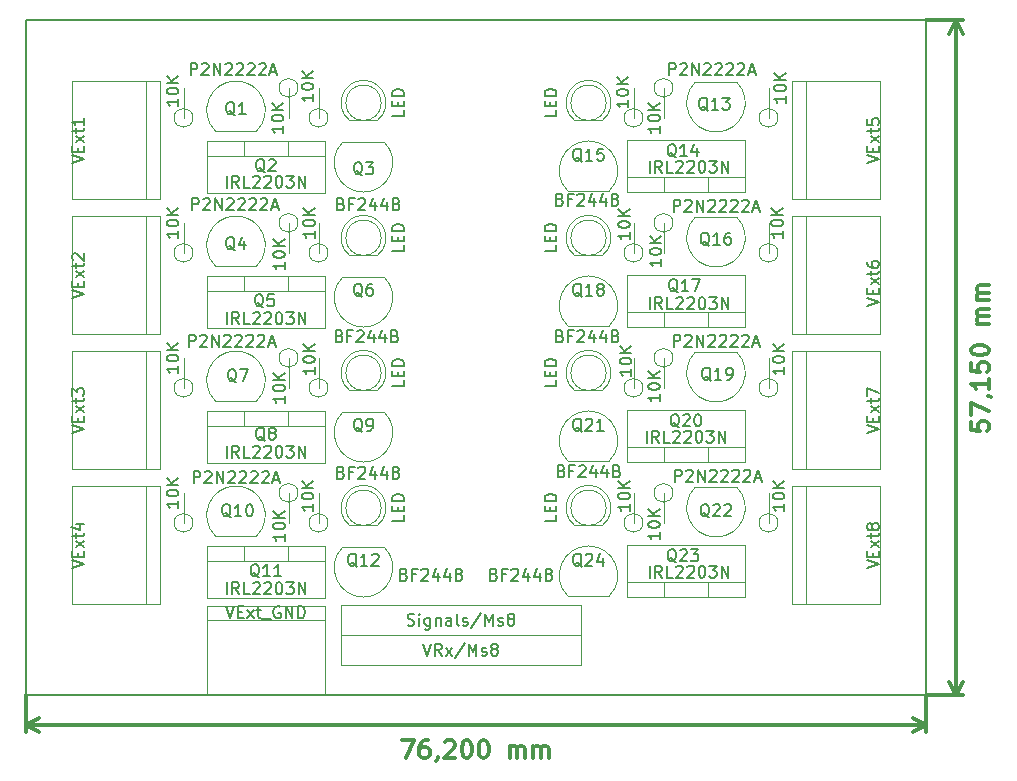
<source format=gbr>
G04 #@! TF.GenerationSoftware,KiCad,Pcbnew,(5.0.2)-1*
G04 #@! TF.CreationDate,2019-11-09T15:10:02+01:00*
G04 #@! TF.ProjectId,MultiSwitch_MosFet,4d756c74-6953-4776-9974-63685f4d6f73,0.1*
G04 #@! TF.SameCoordinates,Original*
G04 #@! TF.FileFunction,Other,Fab,Top*
%FSLAX46Y46*%
G04 Gerber Fmt 4.6, Leading zero omitted, Abs format (unit mm)*
G04 Created by KiCad (PCBNEW (5.0.2)-1) date 09/11/2019 15:10:02*
%MOMM*%
%LPD*%
G01*
G04 APERTURE LIST*
%ADD10C,0.300000*%
%ADD11C,0.200000*%
%ADD12C,0.100000*%
%ADD13C,0.150000*%
G04 APERTURE END LIST*
D10*
X173998571Y-61943571D02*
X173998571Y-62657857D01*
X174712857Y-62729285D01*
X174641428Y-62657857D01*
X174570000Y-62515000D01*
X174570000Y-62157857D01*
X174641428Y-62015000D01*
X174712857Y-61943571D01*
X174855714Y-61872142D01*
X175212857Y-61872142D01*
X175355714Y-61943571D01*
X175427142Y-62015000D01*
X175498571Y-62157857D01*
X175498571Y-62515000D01*
X175427142Y-62657857D01*
X175355714Y-62729285D01*
X173998571Y-61372142D02*
X173998571Y-60372142D01*
X175498571Y-61015000D01*
X175427142Y-59729285D02*
X175498571Y-59729285D01*
X175641428Y-59800714D01*
X175712857Y-59872142D01*
X175498571Y-58300714D02*
X175498571Y-59157857D01*
X175498571Y-58729285D02*
X173998571Y-58729285D01*
X174212857Y-58872142D01*
X174355714Y-59015000D01*
X174427142Y-59157857D01*
X173998571Y-56943571D02*
X173998571Y-57657857D01*
X174712857Y-57729285D01*
X174641428Y-57657857D01*
X174570000Y-57515000D01*
X174570000Y-57157857D01*
X174641428Y-57015000D01*
X174712857Y-56943571D01*
X174855714Y-56872142D01*
X175212857Y-56872142D01*
X175355714Y-56943571D01*
X175427142Y-57015000D01*
X175498571Y-57157857D01*
X175498571Y-57515000D01*
X175427142Y-57657857D01*
X175355714Y-57729285D01*
X173998571Y-55943571D02*
X173998571Y-55800714D01*
X174070000Y-55657857D01*
X174141428Y-55586428D01*
X174284285Y-55515000D01*
X174570000Y-55443571D01*
X174927142Y-55443571D01*
X175212857Y-55515000D01*
X175355714Y-55586428D01*
X175427142Y-55657857D01*
X175498571Y-55800714D01*
X175498571Y-55943571D01*
X175427142Y-56086428D01*
X175355714Y-56157857D01*
X175212857Y-56229285D01*
X174927142Y-56300714D01*
X174570000Y-56300714D01*
X174284285Y-56229285D01*
X174141428Y-56157857D01*
X174070000Y-56086428D01*
X173998571Y-55943571D01*
X175498571Y-53657857D02*
X174498571Y-53657857D01*
X174641428Y-53657857D02*
X174570000Y-53586428D01*
X174498571Y-53443571D01*
X174498571Y-53229285D01*
X174570000Y-53086428D01*
X174712857Y-53015000D01*
X175498571Y-53015000D01*
X174712857Y-53015000D02*
X174570000Y-52943571D01*
X174498571Y-52800714D01*
X174498571Y-52586428D01*
X174570000Y-52443571D01*
X174712857Y-52372142D01*
X175498571Y-52372142D01*
X175498571Y-51657857D02*
X174498571Y-51657857D01*
X174641428Y-51657857D02*
X174570000Y-51586428D01*
X174498571Y-51443571D01*
X174498571Y-51229285D01*
X174570000Y-51086428D01*
X174712857Y-51015000D01*
X175498571Y-51015000D01*
X174712857Y-51015000D02*
X174570000Y-50943571D01*
X174498571Y-50800714D01*
X174498571Y-50586428D01*
X174570000Y-50443571D01*
X174712857Y-50372142D01*
X175498571Y-50372142D01*
X172720000Y-85090000D02*
X172720000Y-27940000D01*
X170180000Y-85090000D02*
X173306421Y-85090000D01*
X170180000Y-27940000D02*
X173306421Y-27940000D01*
X172720000Y-27940000D02*
X173306421Y-29066504D01*
X172720000Y-27940000D02*
X172133579Y-29066504D01*
X172720000Y-85090000D02*
X173306421Y-83963496D01*
X172720000Y-85090000D02*
X172133579Y-83963496D01*
X125794285Y-88908570D02*
X126794285Y-88908570D01*
X126151428Y-90408570D01*
X128008571Y-88908570D02*
X127722857Y-88908570D01*
X127580000Y-88979999D01*
X127508571Y-89051427D01*
X127365714Y-89265713D01*
X127294285Y-89551427D01*
X127294285Y-90122856D01*
X127365714Y-90265713D01*
X127437142Y-90337141D01*
X127580000Y-90408570D01*
X127865714Y-90408570D01*
X128008571Y-90337141D01*
X128080000Y-90265713D01*
X128151428Y-90122856D01*
X128151428Y-89765713D01*
X128080000Y-89622856D01*
X128008571Y-89551427D01*
X127865714Y-89479999D01*
X127580000Y-89479999D01*
X127437142Y-89551427D01*
X127365714Y-89622856D01*
X127294285Y-89765713D01*
X128865714Y-90337141D02*
X128865714Y-90408570D01*
X128794285Y-90551427D01*
X128722857Y-90622856D01*
X129437142Y-89051427D02*
X129508571Y-88979999D01*
X129651428Y-88908570D01*
X130008571Y-88908570D01*
X130151428Y-88979999D01*
X130222857Y-89051427D01*
X130294285Y-89194284D01*
X130294285Y-89337141D01*
X130222857Y-89551427D01*
X129365714Y-90408570D01*
X130294285Y-90408570D01*
X131222857Y-88908570D02*
X131365714Y-88908570D01*
X131508571Y-88979999D01*
X131580000Y-89051427D01*
X131651428Y-89194284D01*
X131722857Y-89479999D01*
X131722857Y-89837141D01*
X131651428Y-90122856D01*
X131580000Y-90265713D01*
X131508571Y-90337141D01*
X131365714Y-90408570D01*
X131222857Y-90408570D01*
X131080000Y-90337141D01*
X131008571Y-90265713D01*
X130937142Y-90122856D01*
X130865714Y-89837141D01*
X130865714Y-89479999D01*
X130937142Y-89194284D01*
X131008571Y-89051427D01*
X131080000Y-88979999D01*
X131222857Y-88908570D01*
X132651428Y-88908570D02*
X132794285Y-88908570D01*
X132937142Y-88979999D01*
X133008571Y-89051427D01*
X133080000Y-89194284D01*
X133151428Y-89479999D01*
X133151428Y-89837141D01*
X133080000Y-90122856D01*
X133008571Y-90265713D01*
X132937142Y-90337141D01*
X132794285Y-90408570D01*
X132651428Y-90408570D01*
X132508571Y-90337141D01*
X132437142Y-90265713D01*
X132365714Y-90122856D01*
X132294285Y-89837141D01*
X132294285Y-89479999D01*
X132365714Y-89194284D01*
X132437142Y-89051427D01*
X132508571Y-88979999D01*
X132651428Y-88908570D01*
X134937142Y-90408570D02*
X134937142Y-89408570D01*
X134937142Y-89551427D02*
X135008571Y-89479999D01*
X135151428Y-89408570D01*
X135365714Y-89408570D01*
X135508571Y-89479999D01*
X135580000Y-89622856D01*
X135580000Y-90408570D01*
X135580000Y-89622856D02*
X135651428Y-89479999D01*
X135794285Y-89408570D01*
X136008571Y-89408570D01*
X136151428Y-89479999D01*
X136222857Y-89622856D01*
X136222857Y-90408570D01*
X136937142Y-90408570D02*
X136937142Y-89408570D01*
X136937142Y-89551427D02*
X137008571Y-89479999D01*
X137151428Y-89408570D01*
X137365714Y-89408570D01*
X137508571Y-89479999D01*
X137580000Y-89622856D01*
X137580000Y-90408570D01*
X137580000Y-89622856D02*
X137651428Y-89479999D01*
X137794285Y-89408570D01*
X138008571Y-89408570D01*
X138151428Y-89479999D01*
X138222857Y-89622856D01*
X138222857Y-90408570D01*
X93980000Y-87629999D02*
X170180000Y-87629999D01*
X93980000Y-85090000D02*
X93980000Y-88216420D01*
X170180000Y-85090000D02*
X170180000Y-88216420D01*
X170180000Y-87629999D02*
X169053496Y-88216420D01*
X170180000Y-87629999D02*
X169053496Y-87043578D01*
X93980000Y-87629999D02*
X95106504Y-88216420D01*
X93980000Y-87629999D02*
X95106504Y-87043578D01*
D11*
X93980000Y-27940000D02*
X93980000Y-85090000D01*
X170180000Y-27940000D02*
X93980000Y-27940000D01*
X170180000Y-85090000D02*
X170180000Y-27940000D01*
X93980000Y-85090000D02*
X170180000Y-85090000D01*
D12*
G04 #@! TO.C,Q2*
X116150000Y-38140000D02*
X116150000Y-39410000D01*
X112450000Y-38140000D02*
X112450000Y-39410000D01*
X109300000Y-39410000D02*
X119300000Y-39410000D01*
X119300000Y-38140000D02*
X109300000Y-38140000D01*
X119300000Y-42540000D02*
X119300000Y-38140000D01*
X109300000Y-42540000D02*
X119300000Y-42540000D01*
X109300000Y-38140000D02*
X109300000Y-42540000D01*
G04 #@! TO.C,Q14*
X154860000Y-42505000D02*
X154860000Y-38105000D01*
X154860000Y-38105000D02*
X144860000Y-38105000D01*
X144860000Y-38105000D02*
X144860000Y-42505000D01*
X144860000Y-42505000D02*
X154860000Y-42505000D01*
X154860000Y-41235000D02*
X144860000Y-41235000D01*
X151710000Y-42505000D02*
X151710000Y-41235000D01*
X148010000Y-42505000D02*
X148010000Y-41235000D01*
G04 #@! TO.C,Q1*
X109990000Y-37310000D02*
X113490000Y-37310000D01*
X113513625Y-37313625D02*
G75*
G03X111760000Y-33080000I-1753625J1753625D01*
G01*
X110006375Y-37313625D02*
G75*
G02X111760000Y-33080000I1753625J1753625D01*
G01*
G04 #@! TO.C,Q8*
X109300000Y-61000000D02*
X109300000Y-65400000D01*
X109300000Y-65400000D02*
X119300000Y-65400000D01*
X119300000Y-65400000D02*
X119300000Y-61000000D01*
X119300000Y-61000000D02*
X109300000Y-61000000D01*
X109300000Y-62270000D02*
X119300000Y-62270000D01*
X112450000Y-61000000D02*
X112450000Y-62270000D01*
X116150000Y-61000000D02*
X116150000Y-62270000D01*
G04 #@! TO.C,Q3*
X124325000Y-38255000D02*
X120825000Y-38255000D01*
X120801375Y-38251375D02*
G75*
G03X122555000Y-42485000I1753625J-1753625D01*
G01*
X124308625Y-38251375D02*
G75*
G02X122555000Y-42485000I-1753625J-1753625D01*
G01*
G04 #@! TO.C,Q7*
X109990000Y-60170000D02*
X113490000Y-60170000D01*
X113513625Y-60173625D02*
G75*
G03X111760000Y-55940000I-1753625J1753625D01*
G01*
X110006375Y-60173625D02*
G75*
G02X111760000Y-55940000I1753625J1753625D01*
G01*
G04 #@! TO.C,Q9*
X124325000Y-61115000D02*
X120825000Y-61115000D01*
X120801375Y-61111375D02*
G75*
G03X122555000Y-65345000I1753625J-1753625D01*
G01*
X124308625Y-61111375D02*
G75*
G02X122555000Y-65345000I-1753625J-1753625D01*
G01*
G04 #@! TO.C,Q13*
X154170000Y-33175000D02*
X150670000Y-33175000D01*
X150646375Y-33171375D02*
G75*
G03X152400000Y-37405000I1753625J-1753625D01*
G01*
X154153625Y-33171375D02*
G75*
G02X152400000Y-37405000I-1753625J-1753625D01*
G01*
G04 #@! TO.C,Q15*
X139851375Y-42393625D02*
G75*
G02X141605000Y-38160000I1753625J1753625D01*
G01*
X143358625Y-42393625D02*
G75*
G03X141605000Y-38160000I-1753625J1753625D01*
G01*
X139835000Y-42390000D02*
X143335000Y-42390000D01*
G04 #@! TO.C,Q4*
X110006375Y-48743625D02*
G75*
G02X111760000Y-44510000I1753625J1753625D01*
G01*
X113513625Y-48743625D02*
G75*
G03X111760000Y-44510000I-1753625J1753625D01*
G01*
X109990000Y-48740000D02*
X113490000Y-48740000D01*
G04 #@! TO.C,Q5*
X116150000Y-49570000D02*
X116150000Y-50840000D01*
X112450000Y-49570000D02*
X112450000Y-50840000D01*
X109300000Y-50840000D02*
X119300000Y-50840000D01*
X119300000Y-49570000D02*
X109300000Y-49570000D01*
X119300000Y-53970000D02*
X119300000Y-49570000D01*
X109300000Y-53970000D02*
X119300000Y-53970000D01*
X109300000Y-49570000D02*
X109300000Y-53970000D01*
G04 #@! TO.C,Q6*
X124325000Y-49685000D02*
X120825000Y-49685000D01*
X120801375Y-49681375D02*
G75*
G03X122555000Y-53915000I1753625J-1753625D01*
G01*
X124308625Y-49681375D02*
G75*
G02X122555000Y-53915000I-1753625J-1753625D01*
G01*
G04 #@! TO.C,Q10*
X110006375Y-71603625D02*
G75*
G02X111760000Y-67370000I1753625J1753625D01*
G01*
X113513625Y-71603625D02*
G75*
G03X111760000Y-67370000I-1753625J1753625D01*
G01*
X109990000Y-71600000D02*
X113490000Y-71600000D01*
G04 #@! TO.C,Q11*
X116150000Y-72430000D02*
X116150000Y-73700000D01*
X112450000Y-72430000D02*
X112450000Y-73700000D01*
X109300000Y-73700000D02*
X119300000Y-73700000D01*
X119300000Y-72430000D02*
X109300000Y-72430000D01*
X119300000Y-76830000D02*
X119300000Y-72430000D01*
X109300000Y-76830000D02*
X119300000Y-76830000D01*
X109300000Y-72430000D02*
X109300000Y-76830000D01*
G04 #@! TO.C,Q12*
X124325000Y-72545000D02*
X120825000Y-72545000D01*
X120801375Y-72541375D02*
G75*
G03X122555000Y-76775000I1753625J-1753625D01*
G01*
X124308625Y-72541375D02*
G75*
G02X122555000Y-76775000I-1753625J-1753625D01*
G01*
G04 #@! TO.C,Q16*
X154170000Y-44605000D02*
X150670000Y-44605000D01*
X150646375Y-44601375D02*
G75*
G03X152400000Y-48835000I1753625J-1753625D01*
G01*
X154153625Y-44601375D02*
G75*
G02X152400000Y-48835000I-1753625J-1753625D01*
G01*
G04 #@! TO.C,Q17*
X154860000Y-53935000D02*
X154860000Y-49535000D01*
X154860000Y-49535000D02*
X144860000Y-49535000D01*
X144860000Y-49535000D02*
X144860000Y-53935000D01*
X144860000Y-53935000D02*
X154860000Y-53935000D01*
X154860000Y-52665000D02*
X144860000Y-52665000D01*
X151710000Y-53935000D02*
X151710000Y-52665000D01*
X148010000Y-53935000D02*
X148010000Y-52665000D01*
G04 #@! TO.C,Q18*
X139851375Y-53823625D02*
G75*
G02X141605000Y-49590000I1753625J1753625D01*
G01*
X143358625Y-53823625D02*
G75*
G03X141605000Y-49590000I-1753625J1753625D01*
G01*
X139835000Y-53820000D02*
X143335000Y-53820000D01*
G04 #@! TO.C,Q19*
X154170000Y-56035000D02*
X150670000Y-56035000D01*
X150646375Y-56031375D02*
G75*
G03X152400000Y-60265000I1753625J-1753625D01*
G01*
X154153625Y-56031375D02*
G75*
G02X152400000Y-60265000I-1753625J-1753625D01*
G01*
G04 #@! TO.C,Q20*
X154860000Y-65365000D02*
X154860000Y-60965000D01*
X154860000Y-60965000D02*
X144860000Y-60965000D01*
X144860000Y-60965000D02*
X144860000Y-65365000D01*
X144860000Y-65365000D02*
X154860000Y-65365000D01*
X154860000Y-64095000D02*
X144860000Y-64095000D01*
X151710000Y-65365000D02*
X151710000Y-64095000D01*
X148010000Y-65365000D02*
X148010000Y-64095000D01*
G04 #@! TO.C,Q21*
X139851375Y-65253625D02*
G75*
G02X141605000Y-61020000I1753625J1753625D01*
G01*
X143358625Y-65253625D02*
G75*
G03X141605000Y-61020000I-1753625J1753625D01*
G01*
X139835000Y-65250000D02*
X143335000Y-65250000D01*
G04 #@! TO.C,Q22*
X154170000Y-67465000D02*
X150670000Y-67465000D01*
X150646375Y-67461375D02*
G75*
G03X152400000Y-71695000I1753625J-1753625D01*
G01*
X154153625Y-67461375D02*
G75*
G02X152400000Y-71695000I-1753625J-1753625D01*
G01*
G04 #@! TO.C,Q23*
X154860000Y-76795000D02*
X154860000Y-72395000D01*
X154860000Y-72395000D02*
X144860000Y-72395000D01*
X144860000Y-72395000D02*
X144860000Y-76795000D01*
X144860000Y-76795000D02*
X154860000Y-76795000D01*
X154860000Y-75525000D02*
X144860000Y-75525000D01*
X151710000Y-76795000D02*
X151710000Y-75525000D01*
X148010000Y-76795000D02*
X148010000Y-75525000D01*
G04 #@! TO.C,Q24*
X139851375Y-76683625D02*
G75*
G02X141605000Y-72450000I1753625J1753625D01*
G01*
X143358625Y-76683625D02*
G75*
G03X141605000Y-72450000I-1753625J1753625D01*
G01*
X139835000Y-76680000D02*
X143335000Y-76680000D01*
G04 #@! TO.C,J1*
X104150000Y-43050000D02*
X104150000Y-33150000D01*
X97850000Y-43100000D02*
X105350000Y-43100000D01*
X105350000Y-43100000D02*
X105350000Y-33100000D01*
X105350000Y-33100000D02*
X97850000Y-33100000D01*
X97850000Y-33100000D02*
X97850000Y-43100000D01*
G04 #@! TO.C,J2*
X97850000Y-44530000D02*
X97850000Y-54530000D01*
X105350000Y-44530000D02*
X97850000Y-44530000D01*
X105350000Y-54530000D02*
X105350000Y-44530000D01*
X97850000Y-54530000D02*
X105350000Y-54530000D01*
X104150000Y-54480000D02*
X104150000Y-44580000D01*
G04 #@! TO.C,J3*
X97850000Y-55960000D02*
X97850000Y-65960000D01*
X105350000Y-55960000D02*
X97850000Y-55960000D01*
X105350000Y-65960000D02*
X105350000Y-55960000D01*
X97850000Y-65960000D02*
X105350000Y-65960000D01*
X104150000Y-65910000D02*
X104150000Y-56010000D01*
G04 #@! TO.C,J4*
X97850000Y-67390000D02*
X97850000Y-77390000D01*
X105350000Y-67390000D02*
X97850000Y-67390000D01*
X105350000Y-77390000D02*
X105350000Y-67390000D01*
X97850000Y-77390000D02*
X105350000Y-77390000D01*
X104150000Y-77340000D02*
X104150000Y-67440000D01*
G04 #@! TO.C,J5*
X166310000Y-43100000D02*
X166310000Y-33100000D01*
X158810000Y-43100000D02*
X166310000Y-43100000D01*
X158810000Y-33100000D02*
X158810000Y-43100000D01*
X166310000Y-33100000D02*
X158810000Y-33100000D01*
X160010000Y-33150000D02*
X160010000Y-43050000D01*
G04 #@! TO.C,J6*
X160010000Y-44580000D02*
X160010000Y-54480000D01*
X166310000Y-44530000D02*
X158810000Y-44530000D01*
X158810000Y-44530000D02*
X158810000Y-54530000D01*
X158810000Y-54530000D02*
X166310000Y-54530000D01*
X166310000Y-54530000D02*
X166310000Y-44530000D01*
G04 #@! TO.C,J7*
X160010000Y-56010000D02*
X160010000Y-65910000D01*
X166310000Y-55960000D02*
X158810000Y-55960000D01*
X158810000Y-55960000D02*
X158810000Y-65960000D01*
X158810000Y-65960000D02*
X166310000Y-65960000D01*
X166310000Y-65960000D02*
X166310000Y-55960000D01*
G04 #@! TO.C,J8*
X160010000Y-67440000D02*
X160010000Y-77340000D01*
X166310000Y-67390000D02*
X158810000Y-67390000D01*
X158810000Y-67390000D02*
X158810000Y-77390000D01*
X158810000Y-77390000D02*
X166310000Y-77390000D01*
X166310000Y-77390000D02*
X166310000Y-67390000D01*
G04 #@! TO.C,J11*
X119250000Y-78730000D02*
X109350000Y-78730000D01*
X119300000Y-85030000D02*
X119300000Y-77530000D01*
X119300000Y-77530000D02*
X109300000Y-77530000D01*
X109300000Y-77530000D02*
X109300000Y-85030000D01*
X109300000Y-85030000D02*
X119300000Y-85030000D01*
G04 #@! TO.C,D1*
X121388810Y-36425000D02*
X123721190Y-36425000D01*
X124055000Y-34925000D02*
G75*
G03X124055000Y-34925000I-1500000J0D01*
G01*
X123720476Y-36425555D02*
G75*
G03X121388810Y-36425000I-1165476J1500555D01*
G01*
G04 #@! TO.C,D2*
X123720476Y-47855555D02*
G75*
G03X121388810Y-47855000I-1165476J1500555D01*
G01*
X124055000Y-46355000D02*
G75*
G03X124055000Y-46355000I-1500000J0D01*
G01*
X121388810Y-47855000D02*
X123721190Y-47855000D01*
G04 #@! TO.C,D3*
X121388810Y-59285000D02*
X123721190Y-59285000D01*
X124055000Y-57785000D02*
G75*
G03X124055000Y-57785000I-1500000J0D01*
G01*
X123720476Y-59285555D02*
G75*
G03X121388810Y-59285000I-1165476J1500555D01*
G01*
G04 #@! TO.C,D4*
X123720476Y-70715555D02*
G75*
G03X121388810Y-70715000I-1165476J1500555D01*
G01*
X124055000Y-69215000D02*
G75*
G03X124055000Y-69215000I-1500000J0D01*
G01*
X121388810Y-70715000D02*
X123721190Y-70715000D01*
G04 #@! TO.C,D5*
X140438810Y-36425000D02*
X142771190Y-36425000D01*
X143105000Y-34925000D02*
G75*
G03X143105000Y-34925000I-1500000J0D01*
G01*
X142770476Y-36425555D02*
G75*
G03X140438810Y-36425000I-1165476J1500555D01*
G01*
G04 #@! TO.C,D6*
X142770476Y-47855555D02*
G75*
G03X140438810Y-47855000I-1165476J1500555D01*
G01*
X143105000Y-46355000D02*
G75*
G03X143105000Y-46355000I-1500000J0D01*
G01*
X140438810Y-47855000D02*
X142771190Y-47855000D01*
G04 #@! TO.C,D7*
X140438810Y-59285000D02*
X142771190Y-59285000D01*
X143105000Y-57785000D02*
G75*
G03X143105000Y-57785000I-1500000J0D01*
G01*
X142770476Y-59285555D02*
G75*
G03X140438810Y-59285000I-1165476J1500555D01*
G01*
G04 #@! TO.C,D8*
X142770476Y-70715555D02*
G75*
G03X140438810Y-70715000I-1165476J1500555D01*
G01*
X143105000Y-69215000D02*
G75*
G03X143105000Y-69215000I-1500000J0D01*
G01*
X140438810Y-70715000D02*
X142771190Y-70715000D01*
G04 #@! TO.C,J9*
X139065000Y-80010000D02*
X140970000Y-80010000D01*
X140970000Y-80010000D02*
X140970000Y-77470000D01*
X140970000Y-77470000D02*
X139065000Y-77470000D01*
X120650000Y-77470000D02*
X139065000Y-77470000D01*
X139065000Y-80010000D02*
X120650000Y-80010000D01*
X120650000Y-77470000D02*
X120650000Y-80010000D01*
G04 #@! TO.C,J10*
X120650000Y-80010000D02*
X120650000Y-82550000D01*
X139065000Y-82550000D02*
X120650000Y-82550000D01*
X120650000Y-80010000D02*
X139065000Y-80010000D01*
X140970000Y-80010000D02*
X139065000Y-80010000D01*
X140970000Y-82550000D02*
X140970000Y-80010000D01*
X139065000Y-82550000D02*
X140970000Y-82550000D01*
G04 #@! TO.C,R1*
X118745000Y-36195000D02*
X118745000Y-33655000D01*
X119545000Y-36195000D02*
G75*
G03X119545000Y-36195000I-800000J0D01*
G01*
G04 #@! TO.C,R2*
X117005000Y-33655000D02*
G75*
G03X117005000Y-33655000I-800000J0D01*
G01*
X116205000Y-33655000D02*
X116205000Y-36195000D01*
G04 #@! TO.C,R3*
X107315000Y-36195000D02*
X107315000Y-33655000D01*
X108115000Y-36195000D02*
G75*
G03X108115000Y-36195000I-800000J0D01*
G01*
G04 #@! TO.C,R4*
X119545000Y-47625000D02*
G75*
G03X119545000Y-47625000I-800000J0D01*
G01*
X118745000Y-47625000D02*
X118745000Y-45085000D01*
G04 #@! TO.C,R5*
X117005000Y-45085000D02*
G75*
G03X117005000Y-45085000I-800000J0D01*
G01*
X116205000Y-45085000D02*
X116205000Y-47625000D01*
G04 #@! TO.C,R6*
X107315000Y-47625000D02*
X107315000Y-45085000D01*
X108115000Y-47625000D02*
G75*
G03X108115000Y-47625000I-800000J0D01*
G01*
G04 #@! TO.C,R7*
X119545000Y-59055000D02*
G75*
G03X119545000Y-59055000I-800000J0D01*
G01*
X118745000Y-59055000D02*
X118745000Y-56515000D01*
G04 #@! TO.C,R8*
X117005000Y-56515000D02*
G75*
G03X117005000Y-56515000I-800000J0D01*
G01*
X116205000Y-56515000D02*
X116205000Y-59055000D01*
G04 #@! TO.C,R9*
X107315000Y-59055000D02*
X107315000Y-56515000D01*
X108115000Y-59055000D02*
G75*
G03X108115000Y-59055000I-800000J0D01*
G01*
G04 #@! TO.C,R11*
X116205000Y-67945000D02*
X116205000Y-70485000D01*
X117005000Y-67945000D02*
G75*
G03X117005000Y-67945000I-800000J0D01*
G01*
G04 #@! TO.C,R12*
X108115000Y-70485000D02*
G75*
G03X108115000Y-70485000I-800000J0D01*
G01*
X107315000Y-70485000D02*
X107315000Y-67945000D01*
G04 #@! TO.C,R13*
X145415000Y-36195000D02*
X145415000Y-33655000D01*
X146215000Y-36195000D02*
G75*
G03X146215000Y-36195000I-800000J0D01*
G01*
G04 #@! TO.C,R14*
X148755000Y-33655000D02*
G75*
G03X148755000Y-33655000I-800000J0D01*
G01*
X147955000Y-33655000D02*
X147955000Y-36195000D01*
G04 #@! TO.C,R15*
X156845000Y-36195000D02*
X156845000Y-33655000D01*
X157645000Y-36195000D02*
G75*
G03X157645000Y-36195000I-800000J0D01*
G01*
G04 #@! TO.C,R16*
X145415000Y-47625000D02*
X145415000Y-45085000D01*
X146215000Y-47625000D02*
G75*
G03X146215000Y-47625000I-800000J0D01*
G01*
G04 #@! TO.C,R17*
X148755000Y-45085000D02*
G75*
G03X148755000Y-45085000I-800000J0D01*
G01*
X147955000Y-45085000D02*
X147955000Y-47625000D01*
G04 #@! TO.C,R18*
X156845000Y-47625000D02*
X156845000Y-45085000D01*
X157645000Y-47625000D02*
G75*
G03X157645000Y-47625000I-800000J0D01*
G01*
G04 #@! TO.C,R19*
X146215000Y-59055000D02*
G75*
G03X146215000Y-59055000I-800000J0D01*
G01*
X145415000Y-59055000D02*
X145415000Y-56515000D01*
G04 #@! TO.C,R20*
X147955000Y-56515000D02*
X147955000Y-59055000D01*
X148755000Y-56515000D02*
G75*
G03X148755000Y-56515000I-800000J0D01*
G01*
G04 #@! TO.C,R21*
X156845000Y-59055000D02*
X156845000Y-56515000D01*
X157645000Y-59055000D02*
G75*
G03X157645000Y-59055000I-800000J0D01*
G01*
G04 #@! TO.C,R22*
X146215000Y-70485000D02*
G75*
G03X146215000Y-70485000I-800000J0D01*
G01*
X145415000Y-70485000D02*
X145415000Y-67945000D01*
G04 #@! TO.C,R23*
X148755000Y-67945000D02*
G75*
G03X148755000Y-67945000I-800000J0D01*
G01*
X147955000Y-67945000D02*
X147955000Y-70485000D01*
G04 #@! TO.C,R24*
X157645000Y-70485000D02*
G75*
G03X157645000Y-70485000I-800000J0D01*
G01*
X156845000Y-70485000D02*
X156845000Y-67945000D01*
G04 #@! TO.C,R10*
X119545000Y-70485000D02*
G75*
G03X119545000Y-70485000I-800000J0D01*
G01*
X118745000Y-70485000D02*
X118745000Y-67945000D01*
G04 #@! TD*
G04 #@! TO.C,Q2*
D13*
X110966666Y-42108380D02*
X110966666Y-41108380D01*
X112014285Y-42108380D02*
X111680952Y-41632190D01*
X111442857Y-42108380D02*
X111442857Y-41108380D01*
X111823809Y-41108380D01*
X111919047Y-41156000D01*
X111966666Y-41203619D01*
X112014285Y-41298857D01*
X112014285Y-41441714D01*
X111966666Y-41536952D01*
X111919047Y-41584571D01*
X111823809Y-41632190D01*
X111442857Y-41632190D01*
X112919047Y-42108380D02*
X112442857Y-42108380D01*
X112442857Y-41108380D01*
X113204761Y-41203619D02*
X113252380Y-41156000D01*
X113347619Y-41108380D01*
X113585714Y-41108380D01*
X113680952Y-41156000D01*
X113728571Y-41203619D01*
X113776190Y-41298857D01*
X113776190Y-41394095D01*
X113728571Y-41536952D01*
X113157142Y-42108380D01*
X113776190Y-42108380D01*
X114157142Y-41203619D02*
X114204761Y-41156000D01*
X114300000Y-41108380D01*
X114538095Y-41108380D01*
X114633333Y-41156000D01*
X114680952Y-41203619D01*
X114728571Y-41298857D01*
X114728571Y-41394095D01*
X114680952Y-41536952D01*
X114109523Y-42108380D01*
X114728571Y-42108380D01*
X115347619Y-41108380D02*
X115442857Y-41108380D01*
X115538095Y-41156000D01*
X115585714Y-41203619D01*
X115633333Y-41298857D01*
X115680952Y-41489333D01*
X115680952Y-41727428D01*
X115633333Y-41917904D01*
X115585714Y-42013142D01*
X115538095Y-42060761D01*
X115442857Y-42108380D01*
X115347619Y-42108380D01*
X115252380Y-42060761D01*
X115204761Y-42013142D01*
X115157142Y-41917904D01*
X115109523Y-41727428D01*
X115109523Y-41489333D01*
X115157142Y-41298857D01*
X115204761Y-41203619D01*
X115252380Y-41156000D01*
X115347619Y-41108380D01*
X116014285Y-41108380D02*
X116633333Y-41108380D01*
X116300000Y-41489333D01*
X116442857Y-41489333D01*
X116538095Y-41536952D01*
X116585714Y-41584571D01*
X116633333Y-41679809D01*
X116633333Y-41917904D01*
X116585714Y-42013142D01*
X116538095Y-42060761D01*
X116442857Y-42108380D01*
X116157142Y-42108380D01*
X116061904Y-42060761D01*
X116014285Y-42013142D01*
X117061904Y-42108380D02*
X117061904Y-41108380D01*
X117633333Y-42108380D01*
X117633333Y-41108380D01*
X114204761Y-40806619D02*
X114109523Y-40759000D01*
X114014285Y-40663761D01*
X113871428Y-40520904D01*
X113776190Y-40473285D01*
X113680952Y-40473285D01*
X113728571Y-40711380D02*
X113633333Y-40663761D01*
X113538095Y-40568523D01*
X113490476Y-40378047D01*
X113490476Y-40044714D01*
X113538095Y-39854238D01*
X113633333Y-39759000D01*
X113728571Y-39711380D01*
X113919047Y-39711380D01*
X114014285Y-39759000D01*
X114109523Y-39854238D01*
X114157142Y-40044714D01*
X114157142Y-40378047D01*
X114109523Y-40568523D01*
X114014285Y-40663761D01*
X113919047Y-40711380D01*
X113728571Y-40711380D01*
X114538095Y-39806619D02*
X114585714Y-39759000D01*
X114680952Y-39711380D01*
X114919047Y-39711380D01*
X115014285Y-39759000D01*
X115061904Y-39806619D01*
X115109523Y-39901857D01*
X115109523Y-39997095D01*
X115061904Y-40139952D01*
X114490476Y-40711380D01*
X115109523Y-40711380D01*
G04 #@! TO.C,Q14*
X146780666Y-40838380D02*
X146780666Y-39838380D01*
X147828285Y-40838380D02*
X147494952Y-40362190D01*
X147256857Y-40838380D02*
X147256857Y-39838380D01*
X147637809Y-39838380D01*
X147733047Y-39886000D01*
X147780666Y-39933619D01*
X147828285Y-40028857D01*
X147828285Y-40171714D01*
X147780666Y-40266952D01*
X147733047Y-40314571D01*
X147637809Y-40362190D01*
X147256857Y-40362190D01*
X148733047Y-40838380D02*
X148256857Y-40838380D01*
X148256857Y-39838380D01*
X149018761Y-39933619D02*
X149066380Y-39886000D01*
X149161619Y-39838380D01*
X149399714Y-39838380D01*
X149494952Y-39886000D01*
X149542571Y-39933619D01*
X149590190Y-40028857D01*
X149590190Y-40124095D01*
X149542571Y-40266952D01*
X148971142Y-40838380D01*
X149590190Y-40838380D01*
X149971142Y-39933619D02*
X150018761Y-39886000D01*
X150114000Y-39838380D01*
X150352095Y-39838380D01*
X150447333Y-39886000D01*
X150494952Y-39933619D01*
X150542571Y-40028857D01*
X150542571Y-40124095D01*
X150494952Y-40266952D01*
X149923523Y-40838380D01*
X150542571Y-40838380D01*
X151161619Y-39838380D02*
X151256857Y-39838380D01*
X151352095Y-39886000D01*
X151399714Y-39933619D01*
X151447333Y-40028857D01*
X151494952Y-40219333D01*
X151494952Y-40457428D01*
X151447333Y-40647904D01*
X151399714Y-40743142D01*
X151352095Y-40790761D01*
X151256857Y-40838380D01*
X151161619Y-40838380D01*
X151066380Y-40790761D01*
X151018761Y-40743142D01*
X150971142Y-40647904D01*
X150923523Y-40457428D01*
X150923523Y-40219333D01*
X150971142Y-40028857D01*
X151018761Y-39933619D01*
X151066380Y-39886000D01*
X151161619Y-39838380D01*
X151828285Y-39838380D02*
X152447333Y-39838380D01*
X152114000Y-40219333D01*
X152256857Y-40219333D01*
X152352095Y-40266952D01*
X152399714Y-40314571D01*
X152447333Y-40409809D01*
X152447333Y-40647904D01*
X152399714Y-40743142D01*
X152352095Y-40790761D01*
X152256857Y-40838380D01*
X151971142Y-40838380D01*
X151875904Y-40790761D01*
X151828285Y-40743142D01*
X152875904Y-40838380D02*
X152875904Y-39838380D01*
X153447333Y-40838380D01*
X153447333Y-39838380D01*
X149034571Y-39536619D02*
X148939333Y-39489000D01*
X148844095Y-39393761D01*
X148701238Y-39250904D01*
X148606000Y-39203285D01*
X148510761Y-39203285D01*
X148558380Y-39441380D02*
X148463142Y-39393761D01*
X148367904Y-39298523D01*
X148320285Y-39108047D01*
X148320285Y-38774714D01*
X148367904Y-38584238D01*
X148463142Y-38489000D01*
X148558380Y-38441380D01*
X148748857Y-38441380D01*
X148844095Y-38489000D01*
X148939333Y-38584238D01*
X148986952Y-38774714D01*
X148986952Y-39108047D01*
X148939333Y-39298523D01*
X148844095Y-39393761D01*
X148748857Y-39441380D01*
X148558380Y-39441380D01*
X149939333Y-39441380D02*
X149367904Y-39441380D01*
X149653619Y-39441380D02*
X149653619Y-38441380D01*
X149558380Y-38584238D01*
X149463142Y-38679476D01*
X149367904Y-38727095D01*
X150796476Y-38774714D02*
X150796476Y-39441380D01*
X150558380Y-38393761D02*
X150320285Y-39108047D01*
X150939333Y-39108047D01*
G04 #@! TO.C,Q1*
X107910761Y-32583380D02*
X107910761Y-31583380D01*
X108291714Y-31583380D01*
X108386952Y-31631000D01*
X108434571Y-31678619D01*
X108482190Y-31773857D01*
X108482190Y-31916714D01*
X108434571Y-32011952D01*
X108386952Y-32059571D01*
X108291714Y-32107190D01*
X107910761Y-32107190D01*
X108863142Y-31678619D02*
X108910761Y-31631000D01*
X109006000Y-31583380D01*
X109244095Y-31583380D01*
X109339333Y-31631000D01*
X109386952Y-31678619D01*
X109434571Y-31773857D01*
X109434571Y-31869095D01*
X109386952Y-32011952D01*
X108815523Y-32583380D01*
X109434571Y-32583380D01*
X109863142Y-32583380D02*
X109863142Y-31583380D01*
X110434571Y-32583380D01*
X110434571Y-31583380D01*
X110863142Y-31678619D02*
X110910761Y-31631000D01*
X111006000Y-31583380D01*
X111244095Y-31583380D01*
X111339333Y-31631000D01*
X111386952Y-31678619D01*
X111434571Y-31773857D01*
X111434571Y-31869095D01*
X111386952Y-32011952D01*
X110815523Y-32583380D01*
X111434571Y-32583380D01*
X111815523Y-31678619D02*
X111863142Y-31631000D01*
X111958380Y-31583380D01*
X112196476Y-31583380D01*
X112291714Y-31631000D01*
X112339333Y-31678619D01*
X112386952Y-31773857D01*
X112386952Y-31869095D01*
X112339333Y-32011952D01*
X111767904Y-32583380D01*
X112386952Y-32583380D01*
X112767904Y-31678619D02*
X112815523Y-31631000D01*
X112910761Y-31583380D01*
X113148857Y-31583380D01*
X113244095Y-31631000D01*
X113291714Y-31678619D01*
X113339333Y-31773857D01*
X113339333Y-31869095D01*
X113291714Y-32011952D01*
X112720285Y-32583380D01*
X113339333Y-32583380D01*
X113720285Y-31678619D02*
X113767904Y-31631000D01*
X113863142Y-31583380D01*
X114101238Y-31583380D01*
X114196476Y-31631000D01*
X114244095Y-31678619D01*
X114291714Y-31773857D01*
X114291714Y-31869095D01*
X114244095Y-32011952D01*
X113672666Y-32583380D01*
X114291714Y-32583380D01*
X114672666Y-32297666D02*
X115148857Y-32297666D01*
X114577428Y-32583380D02*
X114910761Y-31583380D01*
X115244095Y-32583380D01*
X111664761Y-35980619D02*
X111569523Y-35933000D01*
X111474285Y-35837761D01*
X111331428Y-35694904D01*
X111236190Y-35647285D01*
X111140952Y-35647285D01*
X111188571Y-35885380D02*
X111093333Y-35837761D01*
X110998095Y-35742523D01*
X110950476Y-35552047D01*
X110950476Y-35218714D01*
X110998095Y-35028238D01*
X111093333Y-34933000D01*
X111188571Y-34885380D01*
X111379047Y-34885380D01*
X111474285Y-34933000D01*
X111569523Y-35028238D01*
X111617142Y-35218714D01*
X111617142Y-35552047D01*
X111569523Y-35742523D01*
X111474285Y-35837761D01*
X111379047Y-35885380D01*
X111188571Y-35885380D01*
X112569523Y-35885380D02*
X111998095Y-35885380D01*
X112283809Y-35885380D02*
X112283809Y-34885380D01*
X112188571Y-35028238D01*
X112093333Y-35123476D01*
X111998095Y-35171095D01*
G04 #@! TO.C,Q8*
X110966666Y-64968380D02*
X110966666Y-63968380D01*
X112014285Y-64968380D02*
X111680952Y-64492190D01*
X111442857Y-64968380D02*
X111442857Y-63968380D01*
X111823809Y-63968380D01*
X111919047Y-64016000D01*
X111966666Y-64063619D01*
X112014285Y-64158857D01*
X112014285Y-64301714D01*
X111966666Y-64396952D01*
X111919047Y-64444571D01*
X111823809Y-64492190D01*
X111442857Y-64492190D01*
X112919047Y-64968380D02*
X112442857Y-64968380D01*
X112442857Y-63968380D01*
X113204761Y-64063619D02*
X113252380Y-64016000D01*
X113347619Y-63968380D01*
X113585714Y-63968380D01*
X113680952Y-64016000D01*
X113728571Y-64063619D01*
X113776190Y-64158857D01*
X113776190Y-64254095D01*
X113728571Y-64396952D01*
X113157142Y-64968380D01*
X113776190Y-64968380D01*
X114157142Y-64063619D02*
X114204761Y-64016000D01*
X114300000Y-63968380D01*
X114538095Y-63968380D01*
X114633333Y-64016000D01*
X114680952Y-64063619D01*
X114728571Y-64158857D01*
X114728571Y-64254095D01*
X114680952Y-64396952D01*
X114109523Y-64968380D01*
X114728571Y-64968380D01*
X115347619Y-63968380D02*
X115442857Y-63968380D01*
X115538095Y-64016000D01*
X115585714Y-64063619D01*
X115633333Y-64158857D01*
X115680952Y-64349333D01*
X115680952Y-64587428D01*
X115633333Y-64777904D01*
X115585714Y-64873142D01*
X115538095Y-64920761D01*
X115442857Y-64968380D01*
X115347619Y-64968380D01*
X115252380Y-64920761D01*
X115204761Y-64873142D01*
X115157142Y-64777904D01*
X115109523Y-64587428D01*
X115109523Y-64349333D01*
X115157142Y-64158857D01*
X115204761Y-64063619D01*
X115252380Y-64016000D01*
X115347619Y-63968380D01*
X116014285Y-63968380D02*
X116633333Y-63968380D01*
X116300000Y-64349333D01*
X116442857Y-64349333D01*
X116538095Y-64396952D01*
X116585714Y-64444571D01*
X116633333Y-64539809D01*
X116633333Y-64777904D01*
X116585714Y-64873142D01*
X116538095Y-64920761D01*
X116442857Y-64968380D01*
X116157142Y-64968380D01*
X116061904Y-64920761D01*
X116014285Y-64873142D01*
X117061904Y-64968380D02*
X117061904Y-63968380D01*
X117633333Y-64968380D01*
X117633333Y-63968380D01*
X114204761Y-63539619D02*
X114109523Y-63492000D01*
X114014285Y-63396761D01*
X113871428Y-63253904D01*
X113776190Y-63206285D01*
X113680952Y-63206285D01*
X113728571Y-63444380D02*
X113633333Y-63396761D01*
X113538095Y-63301523D01*
X113490476Y-63111047D01*
X113490476Y-62777714D01*
X113538095Y-62587238D01*
X113633333Y-62492000D01*
X113728571Y-62444380D01*
X113919047Y-62444380D01*
X114014285Y-62492000D01*
X114109523Y-62587238D01*
X114157142Y-62777714D01*
X114157142Y-63111047D01*
X114109523Y-63301523D01*
X114014285Y-63396761D01*
X113919047Y-63444380D01*
X113728571Y-63444380D01*
X114728571Y-62872952D02*
X114633333Y-62825333D01*
X114585714Y-62777714D01*
X114538095Y-62682476D01*
X114538095Y-62634857D01*
X114585714Y-62539619D01*
X114633333Y-62492000D01*
X114728571Y-62444380D01*
X114919047Y-62444380D01*
X115014285Y-62492000D01*
X115061904Y-62539619D01*
X115109523Y-62634857D01*
X115109523Y-62682476D01*
X115061904Y-62777714D01*
X115014285Y-62825333D01*
X114919047Y-62872952D01*
X114728571Y-62872952D01*
X114633333Y-62920571D01*
X114585714Y-62968190D01*
X114538095Y-63063428D01*
X114538095Y-63253904D01*
X114585714Y-63349142D01*
X114633333Y-63396761D01*
X114728571Y-63444380D01*
X114919047Y-63444380D01*
X115014285Y-63396761D01*
X115061904Y-63349142D01*
X115109523Y-63253904D01*
X115109523Y-63063428D01*
X115061904Y-62968190D01*
X115014285Y-62920571D01*
X114919047Y-62872952D01*
G04 #@! TO.C,Q3*
X120650285Y-43489571D02*
X120793142Y-43537190D01*
X120840761Y-43584809D01*
X120888380Y-43680047D01*
X120888380Y-43822904D01*
X120840761Y-43918142D01*
X120793142Y-43965761D01*
X120697904Y-44013380D01*
X120316952Y-44013380D01*
X120316952Y-43013380D01*
X120650285Y-43013380D01*
X120745523Y-43061000D01*
X120793142Y-43108619D01*
X120840761Y-43203857D01*
X120840761Y-43299095D01*
X120793142Y-43394333D01*
X120745523Y-43441952D01*
X120650285Y-43489571D01*
X120316952Y-43489571D01*
X121650285Y-43489571D02*
X121316952Y-43489571D01*
X121316952Y-44013380D02*
X121316952Y-43013380D01*
X121793142Y-43013380D01*
X122126476Y-43108619D02*
X122174095Y-43061000D01*
X122269333Y-43013380D01*
X122507428Y-43013380D01*
X122602666Y-43061000D01*
X122650285Y-43108619D01*
X122697904Y-43203857D01*
X122697904Y-43299095D01*
X122650285Y-43441952D01*
X122078857Y-44013380D01*
X122697904Y-44013380D01*
X123555047Y-43346714D02*
X123555047Y-44013380D01*
X123316952Y-42965761D02*
X123078857Y-43680047D01*
X123697904Y-43680047D01*
X124507428Y-43346714D02*
X124507428Y-44013380D01*
X124269333Y-42965761D02*
X124031238Y-43680047D01*
X124650285Y-43680047D01*
X125364571Y-43489571D02*
X125507428Y-43537190D01*
X125555047Y-43584809D01*
X125602666Y-43680047D01*
X125602666Y-43822904D01*
X125555047Y-43918142D01*
X125507428Y-43965761D01*
X125412190Y-44013380D01*
X125031238Y-44013380D01*
X125031238Y-43013380D01*
X125364571Y-43013380D01*
X125459809Y-43061000D01*
X125507428Y-43108619D01*
X125555047Y-43203857D01*
X125555047Y-43299095D01*
X125507428Y-43394333D01*
X125459809Y-43441952D01*
X125364571Y-43489571D01*
X125031238Y-43489571D01*
X122459761Y-41060619D02*
X122364523Y-41013000D01*
X122269285Y-40917761D01*
X122126428Y-40774904D01*
X122031190Y-40727285D01*
X121935952Y-40727285D01*
X121983571Y-40965380D02*
X121888333Y-40917761D01*
X121793095Y-40822523D01*
X121745476Y-40632047D01*
X121745476Y-40298714D01*
X121793095Y-40108238D01*
X121888333Y-40013000D01*
X121983571Y-39965380D01*
X122174047Y-39965380D01*
X122269285Y-40013000D01*
X122364523Y-40108238D01*
X122412142Y-40298714D01*
X122412142Y-40632047D01*
X122364523Y-40822523D01*
X122269285Y-40917761D01*
X122174047Y-40965380D01*
X121983571Y-40965380D01*
X122745476Y-39965380D02*
X123364523Y-39965380D01*
X123031190Y-40346333D01*
X123174047Y-40346333D01*
X123269285Y-40393952D01*
X123316904Y-40441571D01*
X123364523Y-40536809D01*
X123364523Y-40774904D01*
X123316904Y-40870142D01*
X123269285Y-40917761D01*
X123174047Y-40965380D01*
X122888333Y-40965380D01*
X122793095Y-40917761D01*
X122745476Y-40870142D01*
G04 #@! TO.C,Q7*
X107783761Y-55570380D02*
X107783761Y-54570380D01*
X108164714Y-54570380D01*
X108259952Y-54618000D01*
X108307571Y-54665619D01*
X108355190Y-54760857D01*
X108355190Y-54903714D01*
X108307571Y-54998952D01*
X108259952Y-55046571D01*
X108164714Y-55094190D01*
X107783761Y-55094190D01*
X108736142Y-54665619D02*
X108783761Y-54618000D01*
X108879000Y-54570380D01*
X109117095Y-54570380D01*
X109212333Y-54618000D01*
X109259952Y-54665619D01*
X109307571Y-54760857D01*
X109307571Y-54856095D01*
X109259952Y-54998952D01*
X108688523Y-55570380D01*
X109307571Y-55570380D01*
X109736142Y-55570380D02*
X109736142Y-54570380D01*
X110307571Y-55570380D01*
X110307571Y-54570380D01*
X110736142Y-54665619D02*
X110783761Y-54618000D01*
X110879000Y-54570380D01*
X111117095Y-54570380D01*
X111212333Y-54618000D01*
X111259952Y-54665619D01*
X111307571Y-54760857D01*
X111307571Y-54856095D01*
X111259952Y-54998952D01*
X110688523Y-55570380D01*
X111307571Y-55570380D01*
X111688523Y-54665619D02*
X111736142Y-54618000D01*
X111831380Y-54570380D01*
X112069476Y-54570380D01*
X112164714Y-54618000D01*
X112212333Y-54665619D01*
X112259952Y-54760857D01*
X112259952Y-54856095D01*
X112212333Y-54998952D01*
X111640904Y-55570380D01*
X112259952Y-55570380D01*
X112640904Y-54665619D02*
X112688523Y-54618000D01*
X112783761Y-54570380D01*
X113021857Y-54570380D01*
X113117095Y-54618000D01*
X113164714Y-54665619D01*
X113212333Y-54760857D01*
X113212333Y-54856095D01*
X113164714Y-54998952D01*
X112593285Y-55570380D01*
X113212333Y-55570380D01*
X113593285Y-54665619D02*
X113640904Y-54618000D01*
X113736142Y-54570380D01*
X113974238Y-54570380D01*
X114069476Y-54618000D01*
X114117095Y-54665619D01*
X114164714Y-54760857D01*
X114164714Y-54856095D01*
X114117095Y-54998952D01*
X113545666Y-55570380D01*
X114164714Y-55570380D01*
X114545666Y-55284666D02*
X115021857Y-55284666D01*
X114450428Y-55570380D02*
X114783761Y-54570380D01*
X115117095Y-55570380D01*
X111791761Y-58586619D02*
X111696523Y-58539000D01*
X111601285Y-58443761D01*
X111458428Y-58300904D01*
X111363190Y-58253285D01*
X111267952Y-58253285D01*
X111315571Y-58491380D02*
X111220333Y-58443761D01*
X111125095Y-58348523D01*
X111077476Y-58158047D01*
X111077476Y-57824714D01*
X111125095Y-57634238D01*
X111220333Y-57539000D01*
X111315571Y-57491380D01*
X111506047Y-57491380D01*
X111601285Y-57539000D01*
X111696523Y-57634238D01*
X111744142Y-57824714D01*
X111744142Y-58158047D01*
X111696523Y-58348523D01*
X111601285Y-58443761D01*
X111506047Y-58491380D01*
X111315571Y-58491380D01*
X112077476Y-57491380D02*
X112744142Y-57491380D01*
X112315571Y-58491380D01*
G04 #@! TO.C,Q9*
X120650285Y-66222571D02*
X120793142Y-66270190D01*
X120840761Y-66317809D01*
X120888380Y-66413047D01*
X120888380Y-66555904D01*
X120840761Y-66651142D01*
X120793142Y-66698761D01*
X120697904Y-66746380D01*
X120316952Y-66746380D01*
X120316952Y-65746380D01*
X120650285Y-65746380D01*
X120745523Y-65794000D01*
X120793142Y-65841619D01*
X120840761Y-65936857D01*
X120840761Y-66032095D01*
X120793142Y-66127333D01*
X120745523Y-66174952D01*
X120650285Y-66222571D01*
X120316952Y-66222571D01*
X121650285Y-66222571D02*
X121316952Y-66222571D01*
X121316952Y-66746380D02*
X121316952Y-65746380D01*
X121793142Y-65746380D01*
X122126476Y-65841619D02*
X122174095Y-65794000D01*
X122269333Y-65746380D01*
X122507428Y-65746380D01*
X122602666Y-65794000D01*
X122650285Y-65841619D01*
X122697904Y-65936857D01*
X122697904Y-66032095D01*
X122650285Y-66174952D01*
X122078857Y-66746380D01*
X122697904Y-66746380D01*
X123555047Y-66079714D02*
X123555047Y-66746380D01*
X123316952Y-65698761D02*
X123078857Y-66413047D01*
X123697904Y-66413047D01*
X124507428Y-66079714D02*
X124507428Y-66746380D01*
X124269333Y-65698761D02*
X124031238Y-66413047D01*
X124650285Y-66413047D01*
X125364571Y-66222571D02*
X125507428Y-66270190D01*
X125555047Y-66317809D01*
X125602666Y-66413047D01*
X125602666Y-66555904D01*
X125555047Y-66651142D01*
X125507428Y-66698761D01*
X125412190Y-66746380D01*
X125031238Y-66746380D01*
X125031238Y-65746380D01*
X125364571Y-65746380D01*
X125459809Y-65794000D01*
X125507428Y-65841619D01*
X125555047Y-65936857D01*
X125555047Y-66032095D01*
X125507428Y-66127333D01*
X125459809Y-66174952D01*
X125364571Y-66222571D01*
X125031238Y-66222571D01*
X122459761Y-62777619D02*
X122364523Y-62730000D01*
X122269285Y-62634761D01*
X122126428Y-62491904D01*
X122031190Y-62444285D01*
X121935952Y-62444285D01*
X121983571Y-62682380D02*
X121888333Y-62634761D01*
X121793095Y-62539523D01*
X121745476Y-62349047D01*
X121745476Y-62015714D01*
X121793095Y-61825238D01*
X121888333Y-61730000D01*
X121983571Y-61682380D01*
X122174047Y-61682380D01*
X122269285Y-61730000D01*
X122364523Y-61825238D01*
X122412142Y-62015714D01*
X122412142Y-62349047D01*
X122364523Y-62539523D01*
X122269285Y-62634761D01*
X122174047Y-62682380D01*
X121983571Y-62682380D01*
X122888333Y-62682380D02*
X123078809Y-62682380D01*
X123174047Y-62634761D01*
X123221666Y-62587142D01*
X123316904Y-62444285D01*
X123364523Y-62253809D01*
X123364523Y-61872857D01*
X123316904Y-61777619D01*
X123269285Y-61730000D01*
X123174047Y-61682380D01*
X122983571Y-61682380D01*
X122888333Y-61730000D01*
X122840714Y-61777619D01*
X122793095Y-61872857D01*
X122793095Y-62110952D01*
X122840714Y-62206190D01*
X122888333Y-62253809D01*
X122983571Y-62301428D01*
X123174047Y-62301428D01*
X123269285Y-62253809D01*
X123316904Y-62206190D01*
X123364523Y-62110952D01*
G04 #@! TO.C,Q13*
X148423761Y-32583380D02*
X148423761Y-31583380D01*
X148804714Y-31583380D01*
X148899952Y-31631000D01*
X148947571Y-31678619D01*
X148995190Y-31773857D01*
X148995190Y-31916714D01*
X148947571Y-32011952D01*
X148899952Y-32059571D01*
X148804714Y-32107190D01*
X148423761Y-32107190D01*
X149376142Y-31678619D02*
X149423761Y-31631000D01*
X149519000Y-31583380D01*
X149757095Y-31583380D01*
X149852333Y-31631000D01*
X149899952Y-31678619D01*
X149947571Y-31773857D01*
X149947571Y-31869095D01*
X149899952Y-32011952D01*
X149328523Y-32583380D01*
X149947571Y-32583380D01*
X150376142Y-32583380D02*
X150376142Y-31583380D01*
X150947571Y-32583380D01*
X150947571Y-31583380D01*
X151376142Y-31678619D02*
X151423761Y-31631000D01*
X151519000Y-31583380D01*
X151757095Y-31583380D01*
X151852333Y-31631000D01*
X151899952Y-31678619D01*
X151947571Y-31773857D01*
X151947571Y-31869095D01*
X151899952Y-32011952D01*
X151328523Y-32583380D01*
X151947571Y-32583380D01*
X152328523Y-31678619D02*
X152376142Y-31631000D01*
X152471380Y-31583380D01*
X152709476Y-31583380D01*
X152804714Y-31631000D01*
X152852333Y-31678619D01*
X152899952Y-31773857D01*
X152899952Y-31869095D01*
X152852333Y-32011952D01*
X152280904Y-32583380D01*
X152899952Y-32583380D01*
X153280904Y-31678619D02*
X153328523Y-31631000D01*
X153423761Y-31583380D01*
X153661857Y-31583380D01*
X153757095Y-31631000D01*
X153804714Y-31678619D01*
X153852333Y-31773857D01*
X153852333Y-31869095D01*
X153804714Y-32011952D01*
X153233285Y-32583380D01*
X153852333Y-32583380D01*
X154233285Y-31678619D02*
X154280904Y-31631000D01*
X154376142Y-31583380D01*
X154614238Y-31583380D01*
X154709476Y-31631000D01*
X154757095Y-31678619D01*
X154804714Y-31773857D01*
X154804714Y-31869095D01*
X154757095Y-32011952D01*
X154185666Y-32583380D01*
X154804714Y-32583380D01*
X155185666Y-32297666D02*
X155661857Y-32297666D01*
X155090428Y-32583380D02*
X155423761Y-31583380D01*
X155757095Y-32583380D01*
X151701571Y-35599619D02*
X151606333Y-35552000D01*
X151511095Y-35456761D01*
X151368238Y-35313904D01*
X151273000Y-35266285D01*
X151177761Y-35266285D01*
X151225380Y-35504380D02*
X151130142Y-35456761D01*
X151034904Y-35361523D01*
X150987285Y-35171047D01*
X150987285Y-34837714D01*
X151034904Y-34647238D01*
X151130142Y-34552000D01*
X151225380Y-34504380D01*
X151415857Y-34504380D01*
X151511095Y-34552000D01*
X151606333Y-34647238D01*
X151653952Y-34837714D01*
X151653952Y-35171047D01*
X151606333Y-35361523D01*
X151511095Y-35456761D01*
X151415857Y-35504380D01*
X151225380Y-35504380D01*
X152606333Y-35504380D02*
X152034904Y-35504380D01*
X152320619Y-35504380D02*
X152320619Y-34504380D01*
X152225380Y-34647238D01*
X152130142Y-34742476D01*
X152034904Y-34790095D01*
X152939666Y-34504380D02*
X153558714Y-34504380D01*
X153225380Y-34885333D01*
X153368238Y-34885333D01*
X153463476Y-34932952D01*
X153511095Y-34980571D01*
X153558714Y-35075809D01*
X153558714Y-35313904D01*
X153511095Y-35409142D01*
X153463476Y-35456761D01*
X153368238Y-35504380D01*
X153082523Y-35504380D01*
X152987285Y-35456761D01*
X152939666Y-35409142D01*
G04 #@! TO.C,Q15*
X139192285Y-43108571D02*
X139335142Y-43156190D01*
X139382761Y-43203809D01*
X139430380Y-43299047D01*
X139430380Y-43441904D01*
X139382761Y-43537142D01*
X139335142Y-43584761D01*
X139239904Y-43632380D01*
X138858952Y-43632380D01*
X138858952Y-42632380D01*
X139192285Y-42632380D01*
X139287523Y-42680000D01*
X139335142Y-42727619D01*
X139382761Y-42822857D01*
X139382761Y-42918095D01*
X139335142Y-43013333D01*
X139287523Y-43060952D01*
X139192285Y-43108571D01*
X138858952Y-43108571D01*
X140192285Y-43108571D02*
X139858952Y-43108571D01*
X139858952Y-43632380D02*
X139858952Y-42632380D01*
X140335142Y-42632380D01*
X140668476Y-42727619D02*
X140716095Y-42680000D01*
X140811333Y-42632380D01*
X141049428Y-42632380D01*
X141144666Y-42680000D01*
X141192285Y-42727619D01*
X141239904Y-42822857D01*
X141239904Y-42918095D01*
X141192285Y-43060952D01*
X140620857Y-43632380D01*
X141239904Y-43632380D01*
X142097047Y-42965714D02*
X142097047Y-43632380D01*
X141858952Y-42584761D02*
X141620857Y-43299047D01*
X142239904Y-43299047D01*
X143049428Y-42965714D02*
X143049428Y-43632380D01*
X142811333Y-42584761D02*
X142573238Y-43299047D01*
X143192285Y-43299047D01*
X143906571Y-43108571D02*
X144049428Y-43156190D01*
X144097047Y-43203809D01*
X144144666Y-43299047D01*
X144144666Y-43441904D01*
X144097047Y-43537142D01*
X144049428Y-43584761D01*
X143954190Y-43632380D01*
X143573238Y-43632380D01*
X143573238Y-42632380D01*
X143906571Y-42632380D01*
X144001809Y-42680000D01*
X144049428Y-42727619D01*
X144097047Y-42822857D01*
X144097047Y-42918095D01*
X144049428Y-43013333D01*
X144001809Y-43060952D01*
X143906571Y-43108571D01*
X143573238Y-43108571D01*
X141033571Y-39917619D02*
X140938333Y-39870000D01*
X140843095Y-39774761D01*
X140700238Y-39631904D01*
X140605000Y-39584285D01*
X140509761Y-39584285D01*
X140557380Y-39822380D02*
X140462142Y-39774761D01*
X140366904Y-39679523D01*
X140319285Y-39489047D01*
X140319285Y-39155714D01*
X140366904Y-38965238D01*
X140462142Y-38870000D01*
X140557380Y-38822380D01*
X140747857Y-38822380D01*
X140843095Y-38870000D01*
X140938333Y-38965238D01*
X140985952Y-39155714D01*
X140985952Y-39489047D01*
X140938333Y-39679523D01*
X140843095Y-39774761D01*
X140747857Y-39822380D01*
X140557380Y-39822380D01*
X141938333Y-39822380D02*
X141366904Y-39822380D01*
X141652619Y-39822380D02*
X141652619Y-38822380D01*
X141557380Y-38965238D01*
X141462142Y-39060476D01*
X141366904Y-39108095D01*
X142843095Y-38822380D02*
X142366904Y-38822380D01*
X142319285Y-39298571D01*
X142366904Y-39250952D01*
X142462142Y-39203333D01*
X142700238Y-39203333D01*
X142795476Y-39250952D01*
X142843095Y-39298571D01*
X142890714Y-39393809D01*
X142890714Y-39631904D01*
X142843095Y-39727142D01*
X142795476Y-39774761D01*
X142700238Y-39822380D01*
X142462142Y-39822380D01*
X142366904Y-39774761D01*
X142319285Y-39727142D01*
G04 #@! TO.C,Q4*
X108037761Y-44013380D02*
X108037761Y-43013380D01*
X108418714Y-43013380D01*
X108513952Y-43061000D01*
X108561571Y-43108619D01*
X108609190Y-43203857D01*
X108609190Y-43346714D01*
X108561571Y-43441952D01*
X108513952Y-43489571D01*
X108418714Y-43537190D01*
X108037761Y-43537190D01*
X108990142Y-43108619D02*
X109037761Y-43061000D01*
X109133000Y-43013380D01*
X109371095Y-43013380D01*
X109466333Y-43061000D01*
X109513952Y-43108619D01*
X109561571Y-43203857D01*
X109561571Y-43299095D01*
X109513952Y-43441952D01*
X108942523Y-44013380D01*
X109561571Y-44013380D01*
X109990142Y-44013380D02*
X109990142Y-43013380D01*
X110561571Y-44013380D01*
X110561571Y-43013380D01*
X110990142Y-43108619D02*
X111037761Y-43061000D01*
X111133000Y-43013380D01*
X111371095Y-43013380D01*
X111466333Y-43061000D01*
X111513952Y-43108619D01*
X111561571Y-43203857D01*
X111561571Y-43299095D01*
X111513952Y-43441952D01*
X110942523Y-44013380D01*
X111561571Y-44013380D01*
X111942523Y-43108619D02*
X111990142Y-43061000D01*
X112085380Y-43013380D01*
X112323476Y-43013380D01*
X112418714Y-43061000D01*
X112466333Y-43108619D01*
X112513952Y-43203857D01*
X112513952Y-43299095D01*
X112466333Y-43441952D01*
X111894904Y-44013380D01*
X112513952Y-44013380D01*
X112894904Y-43108619D02*
X112942523Y-43061000D01*
X113037761Y-43013380D01*
X113275857Y-43013380D01*
X113371095Y-43061000D01*
X113418714Y-43108619D01*
X113466333Y-43203857D01*
X113466333Y-43299095D01*
X113418714Y-43441952D01*
X112847285Y-44013380D01*
X113466333Y-44013380D01*
X113847285Y-43108619D02*
X113894904Y-43061000D01*
X113990142Y-43013380D01*
X114228238Y-43013380D01*
X114323476Y-43061000D01*
X114371095Y-43108619D01*
X114418714Y-43203857D01*
X114418714Y-43299095D01*
X114371095Y-43441952D01*
X113799666Y-44013380D01*
X114418714Y-44013380D01*
X114799666Y-43727666D02*
X115275857Y-43727666D01*
X114704428Y-44013380D02*
X115037761Y-43013380D01*
X115371095Y-44013380D01*
X111664761Y-47410619D02*
X111569523Y-47363000D01*
X111474285Y-47267761D01*
X111331428Y-47124904D01*
X111236190Y-47077285D01*
X111140952Y-47077285D01*
X111188571Y-47315380D02*
X111093333Y-47267761D01*
X110998095Y-47172523D01*
X110950476Y-46982047D01*
X110950476Y-46648714D01*
X110998095Y-46458238D01*
X111093333Y-46363000D01*
X111188571Y-46315380D01*
X111379047Y-46315380D01*
X111474285Y-46363000D01*
X111569523Y-46458238D01*
X111617142Y-46648714D01*
X111617142Y-46982047D01*
X111569523Y-47172523D01*
X111474285Y-47267761D01*
X111379047Y-47315380D01*
X111188571Y-47315380D01*
X112474285Y-46648714D02*
X112474285Y-47315380D01*
X112236190Y-46267761D02*
X111998095Y-46982047D01*
X112617142Y-46982047D01*
G04 #@! TO.C,Q5*
X110966666Y-53665380D02*
X110966666Y-52665380D01*
X112014285Y-53665380D02*
X111680952Y-53189190D01*
X111442857Y-53665380D02*
X111442857Y-52665380D01*
X111823809Y-52665380D01*
X111919047Y-52713000D01*
X111966666Y-52760619D01*
X112014285Y-52855857D01*
X112014285Y-52998714D01*
X111966666Y-53093952D01*
X111919047Y-53141571D01*
X111823809Y-53189190D01*
X111442857Y-53189190D01*
X112919047Y-53665380D02*
X112442857Y-53665380D01*
X112442857Y-52665380D01*
X113204761Y-52760619D02*
X113252380Y-52713000D01*
X113347619Y-52665380D01*
X113585714Y-52665380D01*
X113680952Y-52713000D01*
X113728571Y-52760619D01*
X113776190Y-52855857D01*
X113776190Y-52951095D01*
X113728571Y-53093952D01*
X113157142Y-53665380D01*
X113776190Y-53665380D01*
X114157142Y-52760619D02*
X114204761Y-52713000D01*
X114300000Y-52665380D01*
X114538095Y-52665380D01*
X114633333Y-52713000D01*
X114680952Y-52760619D01*
X114728571Y-52855857D01*
X114728571Y-52951095D01*
X114680952Y-53093952D01*
X114109523Y-53665380D01*
X114728571Y-53665380D01*
X115347619Y-52665380D02*
X115442857Y-52665380D01*
X115538095Y-52713000D01*
X115585714Y-52760619D01*
X115633333Y-52855857D01*
X115680952Y-53046333D01*
X115680952Y-53284428D01*
X115633333Y-53474904D01*
X115585714Y-53570142D01*
X115538095Y-53617761D01*
X115442857Y-53665380D01*
X115347619Y-53665380D01*
X115252380Y-53617761D01*
X115204761Y-53570142D01*
X115157142Y-53474904D01*
X115109523Y-53284428D01*
X115109523Y-53046333D01*
X115157142Y-52855857D01*
X115204761Y-52760619D01*
X115252380Y-52713000D01*
X115347619Y-52665380D01*
X116014285Y-52665380D02*
X116633333Y-52665380D01*
X116300000Y-53046333D01*
X116442857Y-53046333D01*
X116538095Y-53093952D01*
X116585714Y-53141571D01*
X116633333Y-53236809D01*
X116633333Y-53474904D01*
X116585714Y-53570142D01*
X116538095Y-53617761D01*
X116442857Y-53665380D01*
X116157142Y-53665380D01*
X116061904Y-53617761D01*
X116014285Y-53570142D01*
X117061904Y-53665380D02*
X117061904Y-52665380D01*
X117633333Y-53665380D01*
X117633333Y-52665380D01*
X114077761Y-52236619D02*
X113982523Y-52189000D01*
X113887285Y-52093761D01*
X113744428Y-51950904D01*
X113649190Y-51903285D01*
X113553952Y-51903285D01*
X113601571Y-52141380D02*
X113506333Y-52093761D01*
X113411095Y-51998523D01*
X113363476Y-51808047D01*
X113363476Y-51474714D01*
X113411095Y-51284238D01*
X113506333Y-51189000D01*
X113601571Y-51141380D01*
X113792047Y-51141380D01*
X113887285Y-51189000D01*
X113982523Y-51284238D01*
X114030142Y-51474714D01*
X114030142Y-51808047D01*
X113982523Y-51998523D01*
X113887285Y-52093761D01*
X113792047Y-52141380D01*
X113601571Y-52141380D01*
X114934904Y-51141380D02*
X114458714Y-51141380D01*
X114411095Y-51617571D01*
X114458714Y-51569952D01*
X114553952Y-51522333D01*
X114792047Y-51522333D01*
X114887285Y-51569952D01*
X114934904Y-51617571D01*
X114982523Y-51712809D01*
X114982523Y-51950904D01*
X114934904Y-52046142D01*
X114887285Y-52093761D01*
X114792047Y-52141380D01*
X114553952Y-52141380D01*
X114458714Y-52093761D01*
X114411095Y-52046142D01*
G04 #@! TO.C,Q6*
X120523285Y-54665571D02*
X120666142Y-54713190D01*
X120713761Y-54760809D01*
X120761380Y-54856047D01*
X120761380Y-54998904D01*
X120713761Y-55094142D01*
X120666142Y-55141761D01*
X120570904Y-55189380D01*
X120189952Y-55189380D01*
X120189952Y-54189380D01*
X120523285Y-54189380D01*
X120618523Y-54237000D01*
X120666142Y-54284619D01*
X120713761Y-54379857D01*
X120713761Y-54475095D01*
X120666142Y-54570333D01*
X120618523Y-54617952D01*
X120523285Y-54665571D01*
X120189952Y-54665571D01*
X121523285Y-54665571D02*
X121189952Y-54665571D01*
X121189952Y-55189380D02*
X121189952Y-54189380D01*
X121666142Y-54189380D01*
X121999476Y-54284619D02*
X122047095Y-54237000D01*
X122142333Y-54189380D01*
X122380428Y-54189380D01*
X122475666Y-54237000D01*
X122523285Y-54284619D01*
X122570904Y-54379857D01*
X122570904Y-54475095D01*
X122523285Y-54617952D01*
X121951857Y-55189380D01*
X122570904Y-55189380D01*
X123428047Y-54522714D02*
X123428047Y-55189380D01*
X123189952Y-54141761D02*
X122951857Y-54856047D01*
X123570904Y-54856047D01*
X124380428Y-54522714D02*
X124380428Y-55189380D01*
X124142333Y-54141761D02*
X123904238Y-54856047D01*
X124523285Y-54856047D01*
X125237571Y-54665571D02*
X125380428Y-54713190D01*
X125428047Y-54760809D01*
X125475666Y-54856047D01*
X125475666Y-54998904D01*
X125428047Y-55094142D01*
X125380428Y-55141761D01*
X125285190Y-55189380D01*
X124904238Y-55189380D01*
X124904238Y-54189380D01*
X125237571Y-54189380D01*
X125332809Y-54237000D01*
X125380428Y-54284619D01*
X125428047Y-54379857D01*
X125428047Y-54475095D01*
X125380428Y-54570333D01*
X125332809Y-54617952D01*
X125237571Y-54665571D01*
X124904238Y-54665571D01*
X122459761Y-51347619D02*
X122364523Y-51300000D01*
X122269285Y-51204761D01*
X122126428Y-51061904D01*
X122031190Y-51014285D01*
X121935952Y-51014285D01*
X121983571Y-51252380D02*
X121888333Y-51204761D01*
X121793095Y-51109523D01*
X121745476Y-50919047D01*
X121745476Y-50585714D01*
X121793095Y-50395238D01*
X121888333Y-50300000D01*
X121983571Y-50252380D01*
X122174047Y-50252380D01*
X122269285Y-50300000D01*
X122364523Y-50395238D01*
X122412142Y-50585714D01*
X122412142Y-50919047D01*
X122364523Y-51109523D01*
X122269285Y-51204761D01*
X122174047Y-51252380D01*
X121983571Y-51252380D01*
X123269285Y-50252380D02*
X123078809Y-50252380D01*
X122983571Y-50300000D01*
X122935952Y-50347619D01*
X122840714Y-50490476D01*
X122793095Y-50680952D01*
X122793095Y-51061904D01*
X122840714Y-51157142D01*
X122888333Y-51204761D01*
X122983571Y-51252380D01*
X123174047Y-51252380D01*
X123269285Y-51204761D01*
X123316904Y-51157142D01*
X123364523Y-51061904D01*
X123364523Y-50823809D01*
X123316904Y-50728571D01*
X123269285Y-50680952D01*
X123174047Y-50633333D01*
X122983571Y-50633333D01*
X122888333Y-50680952D01*
X122840714Y-50728571D01*
X122793095Y-50823809D01*
G04 #@! TO.C,Q10*
X108164761Y-67127380D02*
X108164761Y-66127380D01*
X108545714Y-66127380D01*
X108640952Y-66175000D01*
X108688571Y-66222619D01*
X108736190Y-66317857D01*
X108736190Y-66460714D01*
X108688571Y-66555952D01*
X108640952Y-66603571D01*
X108545714Y-66651190D01*
X108164761Y-66651190D01*
X109117142Y-66222619D02*
X109164761Y-66175000D01*
X109260000Y-66127380D01*
X109498095Y-66127380D01*
X109593333Y-66175000D01*
X109640952Y-66222619D01*
X109688571Y-66317857D01*
X109688571Y-66413095D01*
X109640952Y-66555952D01*
X109069523Y-67127380D01*
X109688571Y-67127380D01*
X110117142Y-67127380D02*
X110117142Y-66127380D01*
X110688571Y-67127380D01*
X110688571Y-66127380D01*
X111117142Y-66222619D02*
X111164761Y-66175000D01*
X111260000Y-66127380D01*
X111498095Y-66127380D01*
X111593333Y-66175000D01*
X111640952Y-66222619D01*
X111688571Y-66317857D01*
X111688571Y-66413095D01*
X111640952Y-66555952D01*
X111069523Y-67127380D01*
X111688571Y-67127380D01*
X112069523Y-66222619D02*
X112117142Y-66175000D01*
X112212380Y-66127380D01*
X112450476Y-66127380D01*
X112545714Y-66175000D01*
X112593333Y-66222619D01*
X112640952Y-66317857D01*
X112640952Y-66413095D01*
X112593333Y-66555952D01*
X112021904Y-67127380D01*
X112640952Y-67127380D01*
X113021904Y-66222619D02*
X113069523Y-66175000D01*
X113164761Y-66127380D01*
X113402857Y-66127380D01*
X113498095Y-66175000D01*
X113545714Y-66222619D01*
X113593333Y-66317857D01*
X113593333Y-66413095D01*
X113545714Y-66555952D01*
X112974285Y-67127380D01*
X113593333Y-67127380D01*
X113974285Y-66222619D02*
X114021904Y-66175000D01*
X114117142Y-66127380D01*
X114355238Y-66127380D01*
X114450476Y-66175000D01*
X114498095Y-66222619D01*
X114545714Y-66317857D01*
X114545714Y-66413095D01*
X114498095Y-66555952D01*
X113926666Y-67127380D01*
X114545714Y-67127380D01*
X114926666Y-66841666D02*
X115402857Y-66841666D01*
X114831428Y-67127380D02*
X115164761Y-66127380D01*
X115498095Y-67127380D01*
X111315571Y-70016619D02*
X111220333Y-69969000D01*
X111125095Y-69873761D01*
X110982238Y-69730904D01*
X110887000Y-69683285D01*
X110791761Y-69683285D01*
X110839380Y-69921380D02*
X110744142Y-69873761D01*
X110648904Y-69778523D01*
X110601285Y-69588047D01*
X110601285Y-69254714D01*
X110648904Y-69064238D01*
X110744142Y-68969000D01*
X110839380Y-68921380D01*
X111029857Y-68921380D01*
X111125095Y-68969000D01*
X111220333Y-69064238D01*
X111267952Y-69254714D01*
X111267952Y-69588047D01*
X111220333Y-69778523D01*
X111125095Y-69873761D01*
X111029857Y-69921380D01*
X110839380Y-69921380D01*
X112220333Y-69921380D02*
X111648904Y-69921380D01*
X111934619Y-69921380D02*
X111934619Y-68921380D01*
X111839380Y-69064238D01*
X111744142Y-69159476D01*
X111648904Y-69207095D01*
X112839380Y-68921380D02*
X112934619Y-68921380D01*
X113029857Y-68969000D01*
X113077476Y-69016619D01*
X113125095Y-69111857D01*
X113172714Y-69302333D01*
X113172714Y-69540428D01*
X113125095Y-69730904D01*
X113077476Y-69826142D01*
X113029857Y-69873761D01*
X112934619Y-69921380D01*
X112839380Y-69921380D01*
X112744142Y-69873761D01*
X112696523Y-69826142D01*
X112648904Y-69730904D01*
X112601285Y-69540428D01*
X112601285Y-69302333D01*
X112648904Y-69111857D01*
X112696523Y-69016619D01*
X112744142Y-68969000D01*
X112839380Y-68921380D01*
G04 #@! TO.C,Q11*
X110966666Y-76525380D02*
X110966666Y-75525380D01*
X112014285Y-76525380D02*
X111680952Y-76049190D01*
X111442857Y-76525380D02*
X111442857Y-75525380D01*
X111823809Y-75525380D01*
X111919047Y-75573000D01*
X111966666Y-75620619D01*
X112014285Y-75715857D01*
X112014285Y-75858714D01*
X111966666Y-75953952D01*
X111919047Y-76001571D01*
X111823809Y-76049190D01*
X111442857Y-76049190D01*
X112919047Y-76525380D02*
X112442857Y-76525380D01*
X112442857Y-75525380D01*
X113204761Y-75620619D02*
X113252380Y-75573000D01*
X113347619Y-75525380D01*
X113585714Y-75525380D01*
X113680952Y-75573000D01*
X113728571Y-75620619D01*
X113776190Y-75715857D01*
X113776190Y-75811095D01*
X113728571Y-75953952D01*
X113157142Y-76525380D01*
X113776190Y-76525380D01*
X114157142Y-75620619D02*
X114204761Y-75573000D01*
X114300000Y-75525380D01*
X114538095Y-75525380D01*
X114633333Y-75573000D01*
X114680952Y-75620619D01*
X114728571Y-75715857D01*
X114728571Y-75811095D01*
X114680952Y-75953952D01*
X114109523Y-76525380D01*
X114728571Y-76525380D01*
X115347619Y-75525380D02*
X115442857Y-75525380D01*
X115538095Y-75573000D01*
X115585714Y-75620619D01*
X115633333Y-75715857D01*
X115680952Y-75906333D01*
X115680952Y-76144428D01*
X115633333Y-76334904D01*
X115585714Y-76430142D01*
X115538095Y-76477761D01*
X115442857Y-76525380D01*
X115347619Y-76525380D01*
X115252380Y-76477761D01*
X115204761Y-76430142D01*
X115157142Y-76334904D01*
X115109523Y-76144428D01*
X115109523Y-75906333D01*
X115157142Y-75715857D01*
X115204761Y-75620619D01*
X115252380Y-75573000D01*
X115347619Y-75525380D01*
X116014285Y-75525380D02*
X116633333Y-75525380D01*
X116300000Y-75906333D01*
X116442857Y-75906333D01*
X116538095Y-75953952D01*
X116585714Y-76001571D01*
X116633333Y-76096809D01*
X116633333Y-76334904D01*
X116585714Y-76430142D01*
X116538095Y-76477761D01*
X116442857Y-76525380D01*
X116157142Y-76525380D01*
X116061904Y-76477761D01*
X116014285Y-76430142D01*
X117061904Y-76525380D02*
X117061904Y-75525380D01*
X117633333Y-76525380D01*
X117633333Y-75525380D01*
X113728571Y-75096619D02*
X113633333Y-75049000D01*
X113538095Y-74953761D01*
X113395238Y-74810904D01*
X113300000Y-74763285D01*
X113204761Y-74763285D01*
X113252380Y-75001380D02*
X113157142Y-74953761D01*
X113061904Y-74858523D01*
X113014285Y-74668047D01*
X113014285Y-74334714D01*
X113061904Y-74144238D01*
X113157142Y-74049000D01*
X113252380Y-74001380D01*
X113442857Y-74001380D01*
X113538095Y-74049000D01*
X113633333Y-74144238D01*
X113680952Y-74334714D01*
X113680952Y-74668047D01*
X113633333Y-74858523D01*
X113538095Y-74953761D01*
X113442857Y-75001380D01*
X113252380Y-75001380D01*
X114633333Y-75001380D02*
X114061904Y-75001380D01*
X114347619Y-75001380D02*
X114347619Y-74001380D01*
X114252380Y-74144238D01*
X114157142Y-74239476D01*
X114061904Y-74287095D01*
X115585714Y-75001380D02*
X115014285Y-75001380D01*
X115300000Y-75001380D02*
X115300000Y-74001380D01*
X115204761Y-74144238D01*
X115109523Y-74239476D01*
X115014285Y-74287095D01*
G04 #@! TO.C,Q12*
X125984285Y-74858571D02*
X126127142Y-74906190D01*
X126174761Y-74953809D01*
X126222380Y-75049047D01*
X126222380Y-75191904D01*
X126174761Y-75287142D01*
X126127142Y-75334761D01*
X126031904Y-75382380D01*
X125650952Y-75382380D01*
X125650952Y-74382380D01*
X125984285Y-74382380D01*
X126079523Y-74430000D01*
X126127142Y-74477619D01*
X126174761Y-74572857D01*
X126174761Y-74668095D01*
X126127142Y-74763333D01*
X126079523Y-74810952D01*
X125984285Y-74858571D01*
X125650952Y-74858571D01*
X126984285Y-74858571D02*
X126650952Y-74858571D01*
X126650952Y-75382380D02*
X126650952Y-74382380D01*
X127127142Y-74382380D01*
X127460476Y-74477619D02*
X127508095Y-74430000D01*
X127603333Y-74382380D01*
X127841428Y-74382380D01*
X127936666Y-74430000D01*
X127984285Y-74477619D01*
X128031904Y-74572857D01*
X128031904Y-74668095D01*
X127984285Y-74810952D01*
X127412857Y-75382380D01*
X128031904Y-75382380D01*
X128889047Y-74715714D02*
X128889047Y-75382380D01*
X128650952Y-74334761D02*
X128412857Y-75049047D01*
X129031904Y-75049047D01*
X129841428Y-74715714D02*
X129841428Y-75382380D01*
X129603333Y-74334761D02*
X129365238Y-75049047D01*
X129984285Y-75049047D01*
X130698571Y-74858571D02*
X130841428Y-74906190D01*
X130889047Y-74953809D01*
X130936666Y-75049047D01*
X130936666Y-75191904D01*
X130889047Y-75287142D01*
X130841428Y-75334761D01*
X130746190Y-75382380D01*
X130365238Y-75382380D01*
X130365238Y-74382380D01*
X130698571Y-74382380D01*
X130793809Y-74430000D01*
X130841428Y-74477619D01*
X130889047Y-74572857D01*
X130889047Y-74668095D01*
X130841428Y-74763333D01*
X130793809Y-74810952D01*
X130698571Y-74858571D01*
X130365238Y-74858571D01*
X121983571Y-74207619D02*
X121888333Y-74160000D01*
X121793095Y-74064761D01*
X121650238Y-73921904D01*
X121555000Y-73874285D01*
X121459761Y-73874285D01*
X121507380Y-74112380D02*
X121412142Y-74064761D01*
X121316904Y-73969523D01*
X121269285Y-73779047D01*
X121269285Y-73445714D01*
X121316904Y-73255238D01*
X121412142Y-73160000D01*
X121507380Y-73112380D01*
X121697857Y-73112380D01*
X121793095Y-73160000D01*
X121888333Y-73255238D01*
X121935952Y-73445714D01*
X121935952Y-73779047D01*
X121888333Y-73969523D01*
X121793095Y-74064761D01*
X121697857Y-74112380D01*
X121507380Y-74112380D01*
X122888333Y-74112380D02*
X122316904Y-74112380D01*
X122602619Y-74112380D02*
X122602619Y-73112380D01*
X122507380Y-73255238D01*
X122412142Y-73350476D01*
X122316904Y-73398095D01*
X123269285Y-73207619D02*
X123316904Y-73160000D01*
X123412142Y-73112380D01*
X123650238Y-73112380D01*
X123745476Y-73160000D01*
X123793095Y-73207619D01*
X123840714Y-73302857D01*
X123840714Y-73398095D01*
X123793095Y-73540952D01*
X123221666Y-74112380D01*
X123840714Y-74112380D01*
G04 #@! TO.C,Q16*
X148804761Y-44140380D02*
X148804761Y-43140380D01*
X149185714Y-43140380D01*
X149280952Y-43188000D01*
X149328571Y-43235619D01*
X149376190Y-43330857D01*
X149376190Y-43473714D01*
X149328571Y-43568952D01*
X149280952Y-43616571D01*
X149185714Y-43664190D01*
X148804761Y-43664190D01*
X149757142Y-43235619D02*
X149804761Y-43188000D01*
X149900000Y-43140380D01*
X150138095Y-43140380D01*
X150233333Y-43188000D01*
X150280952Y-43235619D01*
X150328571Y-43330857D01*
X150328571Y-43426095D01*
X150280952Y-43568952D01*
X149709523Y-44140380D01*
X150328571Y-44140380D01*
X150757142Y-44140380D02*
X150757142Y-43140380D01*
X151328571Y-44140380D01*
X151328571Y-43140380D01*
X151757142Y-43235619D02*
X151804761Y-43188000D01*
X151900000Y-43140380D01*
X152138095Y-43140380D01*
X152233333Y-43188000D01*
X152280952Y-43235619D01*
X152328571Y-43330857D01*
X152328571Y-43426095D01*
X152280952Y-43568952D01*
X151709523Y-44140380D01*
X152328571Y-44140380D01*
X152709523Y-43235619D02*
X152757142Y-43188000D01*
X152852380Y-43140380D01*
X153090476Y-43140380D01*
X153185714Y-43188000D01*
X153233333Y-43235619D01*
X153280952Y-43330857D01*
X153280952Y-43426095D01*
X153233333Y-43568952D01*
X152661904Y-44140380D01*
X153280952Y-44140380D01*
X153661904Y-43235619D02*
X153709523Y-43188000D01*
X153804761Y-43140380D01*
X154042857Y-43140380D01*
X154138095Y-43188000D01*
X154185714Y-43235619D01*
X154233333Y-43330857D01*
X154233333Y-43426095D01*
X154185714Y-43568952D01*
X153614285Y-44140380D01*
X154233333Y-44140380D01*
X154614285Y-43235619D02*
X154661904Y-43188000D01*
X154757142Y-43140380D01*
X154995238Y-43140380D01*
X155090476Y-43188000D01*
X155138095Y-43235619D01*
X155185714Y-43330857D01*
X155185714Y-43426095D01*
X155138095Y-43568952D01*
X154566666Y-44140380D01*
X155185714Y-44140380D01*
X155566666Y-43854666D02*
X156042857Y-43854666D01*
X155471428Y-44140380D02*
X155804761Y-43140380D01*
X156138095Y-44140380D01*
X151828571Y-47029619D02*
X151733333Y-46982000D01*
X151638095Y-46886761D01*
X151495238Y-46743904D01*
X151400000Y-46696285D01*
X151304761Y-46696285D01*
X151352380Y-46934380D02*
X151257142Y-46886761D01*
X151161904Y-46791523D01*
X151114285Y-46601047D01*
X151114285Y-46267714D01*
X151161904Y-46077238D01*
X151257142Y-45982000D01*
X151352380Y-45934380D01*
X151542857Y-45934380D01*
X151638095Y-45982000D01*
X151733333Y-46077238D01*
X151780952Y-46267714D01*
X151780952Y-46601047D01*
X151733333Y-46791523D01*
X151638095Y-46886761D01*
X151542857Y-46934380D01*
X151352380Y-46934380D01*
X152733333Y-46934380D02*
X152161904Y-46934380D01*
X152447619Y-46934380D02*
X152447619Y-45934380D01*
X152352380Y-46077238D01*
X152257142Y-46172476D01*
X152161904Y-46220095D01*
X153590476Y-45934380D02*
X153400000Y-45934380D01*
X153304761Y-45982000D01*
X153257142Y-46029619D01*
X153161904Y-46172476D01*
X153114285Y-46362952D01*
X153114285Y-46743904D01*
X153161904Y-46839142D01*
X153209523Y-46886761D01*
X153304761Y-46934380D01*
X153495238Y-46934380D01*
X153590476Y-46886761D01*
X153638095Y-46839142D01*
X153685714Y-46743904D01*
X153685714Y-46505809D01*
X153638095Y-46410571D01*
X153590476Y-46362952D01*
X153495238Y-46315333D01*
X153304761Y-46315333D01*
X153209523Y-46362952D01*
X153161904Y-46410571D01*
X153114285Y-46505809D01*
G04 #@! TO.C,Q17*
X146780666Y-52395380D02*
X146780666Y-51395380D01*
X147828285Y-52395380D02*
X147494952Y-51919190D01*
X147256857Y-52395380D02*
X147256857Y-51395380D01*
X147637809Y-51395380D01*
X147733047Y-51443000D01*
X147780666Y-51490619D01*
X147828285Y-51585857D01*
X147828285Y-51728714D01*
X147780666Y-51823952D01*
X147733047Y-51871571D01*
X147637809Y-51919190D01*
X147256857Y-51919190D01*
X148733047Y-52395380D02*
X148256857Y-52395380D01*
X148256857Y-51395380D01*
X149018761Y-51490619D02*
X149066380Y-51443000D01*
X149161619Y-51395380D01*
X149399714Y-51395380D01*
X149494952Y-51443000D01*
X149542571Y-51490619D01*
X149590190Y-51585857D01*
X149590190Y-51681095D01*
X149542571Y-51823952D01*
X148971142Y-52395380D01*
X149590190Y-52395380D01*
X149971142Y-51490619D02*
X150018761Y-51443000D01*
X150114000Y-51395380D01*
X150352095Y-51395380D01*
X150447333Y-51443000D01*
X150494952Y-51490619D01*
X150542571Y-51585857D01*
X150542571Y-51681095D01*
X150494952Y-51823952D01*
X149923523Y-52395380D01*
X150542571Y-52395380D01*
X151161619Y-51395380D02*
X151256857Y-51395380D01*
X151352095Y-51443000D01*
X151399714Y-51490619D01*
X151447333Y-51585857D01*
X151494952Y-51776333D01*
X151494952Y-52014428D01*
X151447333Y-52204904D01*
X151399714Y-52300142D01*
X151352095Y-52347761D01*
X151256857Y-52395380D01*
X151161619Y-52395380D01*
X151066380Y-52347761D01*
X151018761Y-52300142D01*
X150971142Y-52204904D01*
X150923523Y-52014428D01*
X150923523Y-51776333D01*
X150971142Y-51585857D01*
X151018761Y-51490619D01*
X151066380Y-51443000D01*
X151161619Y-51395380D01*
X151828285Y-51395380D02*
X152447333Y-51395380D01*
X152114000Y-51776333D01*
X152256857Y-51776333D01*
X152352095Y-51823952D01*
X152399714Y-51871571D01*
X152447333Y-51966809D01*
X152447333Y-52204904D01*
X152399714Y-52300142D01*
X152352095Y-52347761D01*
X152256857Y-52395380D01*
X151971142Y-52395380D01*
X151875904Y-52347761D01*
X151828285Y-52300142D01*
X152875904Y-52395380D02*
X152875904Y-51395380D01*
X153447333Y-52395380D01*
X153447333Y-51395380D01*
X149161571Y-50966619D02*
X149066333Y-50919000D01*
X148971095Y-50823761D01*
X148828238Y-50680904D01*
X148733000Y-50633285D01*
X148637761Y-50633285D01*
X148685380Y-50871380D02*
X148590142Y-50823761D01*
X148494904Y-50728523D01*
X148447285Y-50538047D01*
X148447285Y-50204714D01*
X148494904Y-50014238D01*
X148590142Y-49919000D01*
X148685380Y-49871380D01*
X148875857Y-49871380D01*
X148971095Y-49919000D01*
X149066333Y-50014238D01*
X149113952Y-50204714D01*
X149113952Y-50538047D01*
X149066333Y-50728523D01*
X148971095Y-50823761D01*
X148875857Y-50871380D01*
X148685380Y-50871380D01*
X150066333Y-50871380D02*
X149494904Y-50871380D01*
X149780619Y-50871380D02*
X149780619Y-49871380D01*
X149685380Y-50014238D01*
X149590142Y-50109476D01*
X149494904Y-50157095D01*
X150399666Y-49871380D02*
X151066333Y-49871380D01*
X150637761Y-50871380D01*
G04 #@! TO.C,Q18*
X139192285Y-54665571D02*
X139335142Y-54713190D01*
X139382761Y-54760809D01*
X139430380Y-54856047D01*
X139430380Y-54998904D01*
X139382761Y-55094142D01*
X139335142Y-55141761D01*
X139239904Y-55189380D01*
X138858952Y-55189380D01*
X138858952Y-54189380D01*
X139192285Y-54189380D01*
X139287523Y-54237000D01*
X139335142Y-54284619D01*
X139382761Y-54379857D01*
X139382761Y-54475095D01*
X139335142Y-54570333D01*
X139287523Y-54617952D01*
X139192285Y-54665571D01*
X138858952Y-54665571D01*
X140192285Y-54665571D02*
X139858952Y-54665571D01*
X139858952Y-55189380D02*
X139858952Y-54189380D01*
X140335142Y-54189380D01*
X140668476Y-54284619D02*
X140716095Y-54237000D01*
X140811333Y-54189380D01*
X141049428Y-54189380D01*
X141144666Y-54237000D01*
X141192285Y-54284619D01*
X141239904Y-54379857D01*
X141239904Y-54475095D01*
X141192285Y-54617952D01*
X140620857Y-55189380D01*
X141239904Y-55189380D01*
X142097047Y-54522714D02*
X142097047Y-55189380D01*
X141858952Y-54141761D02*
X141620857Y-54856047D01*
X142239904Y-54856047D01*
X143049428Y-54522714D02*
X143049428Y-55189380D01*
X142811333Y-54141761D02*
X142573238Y-54856047D01*
X143192285Y-54856047D01*
X143906571Y-54665571D02*
X144049428Y-54713190D01*
X144097047Y-54760809D01*
X144144666Y-54856047D01*
X144144666Y-54998904D01*
X144097047Y-55094142D01*
X144049428Y-55141761D01*
X143954190Y-55189380D01*
X143573238Y-55189380D01*
X143573238Y-54189380D01*
X143906571Y-54189380D01*
X144001809Y-54237000D01*
X144049428Y-54284619D01*
X144097047Y-54379857D01*
X144097047Y-54475095D01*
X144049428Y-54570333D01*
X144001809Y-54617952D01*
X143906571Y-54665571D01*
X143573238Y-54665571D01*
X141033571Y-51347619D02*
X140938333Y-51300000D01*
X140843095Y-51204761D01*
X140700238Y-51061904D01*
X140605000Y-51014285D01*
X140509761Y-51014285D01*
X140557380Y-51252380D02*
X140462142Y-51204761D01*
X140366904Y-51109523D01*
X140319285Y-50919047D01*
X140319285Y-50585714D01*
X140366904Y-50395238D01*
X140462142Y-50300000D01*
X140557380Y-50252380D01*
X140747857Y-50252380D01*
X140843095Y-50300000D01*
X140938333Y-50395238D01*
X140985952Y-50585714D01*
X140985952Y-50919047D01*
X140938333Y-51109523D01*
X140843095Y-51204761D01*
X140747857Y-51252380D01*
X140557380Y-51252380D01*
X141938333Y-51252380D02*
X141366904Y-51252380D01*
X141652619Y-51252380D02*
X141652619Y-50252380D01*
X141557380Y-50395238D01*
X141462142Y-50490476D01*
X141366904Y-50538095D01*
X142509761Y-50680952D02*
X142414523Y-50633333D01*
X142366904Y-50585714D01*
X142319285Y-50490476D01*
X142319285Y-50442857D01*
X142366904Y-50347619D01*
X142414523Y-50300000D01*
X142509761Y-50252380D01*
X142700238Y-50252380D01*
X142795476Y-50300000D01*
X142843095Y-50347619D01*
X142890714Y-50442857D01*
X142890714Y-50490476D01*
X142843095Y-50585714D01*
X142795476Y-50633333D01*
X142700238Y-50680952D01*
X142509761Y-50680952D01*
X142414523Y-50728571D01*
X142366904Y-50776190D01*
X142319285Y-50871428D01*
X142319285Y-51061904D01*
X142366904Y-51157142D01*
X142414523Y-51204761D01*
X142509761Y-51252380D01*
X142700238Y-51252380D01*
X142795476Y-51204761D01*
X142843095Y-51157142D01*
X142890714Y-51061904D01*
X142890714Y-50871428D01*
X142843095Y-50776190D01*
X142795476Y-50728571D01*
X142700238Y-50680952D01*
G04 #@! TO.C,Q19*
X148804761Y-55570380D02*
X148804761Y-54570380D01*
X149185714Y-54570380D01*
X149280952Y-54618000D01*
X149328571Y-54665619D01*
X149376190Y-54760857D01*
X149376190Y-54903714D01*
X149328571Y-54998952D01*
X149280952Y-55046571D01*
X149185714Y-55094190D01*
X148804761Y-55094190D01*
X149757142Y-54665619D02*
X149804761Y-54618000D01*
X149900000Y-54570380D01*
X150138095Y-54570380D01*
X150233333Y-54618000D01*
X150280952Y-54665619D01*
X150328571Y-54760857D01*
X150328571Y-54856095D01*
X150280952Y-54998952D01*
X149709523Y-55570380D01*
X150328571Y-55570380D01*
X150757142Y-55570380D02*
X150757142Y-54570380D01*
X151328571Y-55570380D01*
X151328571Y-54570380D01*
X151757142Y-54665619D02*
X151804761Y-54618000D01*
X151900000Y-54570380D01*
X152138095Y-54570380D01*
X152233333Y-54618000D01*
X152280952Y-54665619D01*
X152328571Y-54760857D01*
X152328571Y-54856095D01*
X152280952Y-54998952D01*
X151709523Y-55570380D01*
X152328571Y-55570380D01*
X152709523Y-54665619D02*
X152757142Y-54618000D01*
X152852380Y-54570380D01*
X153090476Y-54570380D01*
X153185714Y-54618000D01*
X153233333Y-54665619D01*
X153280952Y-54760857D01*
X153280952Y-54856095D01*
X153233333Y-54998952D01*
X152661904Y-55570380D01*
X153280952Y-55570380D01*
X153661904Y-54665619D02*
X153709523Y-54618000D01*
X153804761Y-54570380D01*
X154042857Y-54570380D01*
X154138095Y-54618000D01*
X154185714Y-54665619D01*
X154233333Y-54760857D01*
X154233333Y-54856095D01*
X154185714Y-54998952D01*
X153614285Y-55570380D01*
X154233333Y-55570380D01*
X154614285Y-54665619D02*
X154661904Y-54618000D01*
X154757142Y-54570380D01*
X154995238Y-54570380D01*
X155090476Y-54618000D01*
X155138095Y-54665619D01*
X155185714Y-54760857D01*
X155185714Y-54856095D01*
X155138095Y-54998952D01*
X154566666Y-55570380D01*
X155185714Y-55570380D01*
X155566666Y-55284666D02*
X156042857Y-55284666D01*
X155471428Y-55570380D02*
X155804761Y-54570380D01*
X156138095Y-55570380D01*
X151955571Y-58459619D02*
X151860333Y-58412000D01*
X151765095Y-58316761D01*
X151622238Y-58173904D01*
X151527000Y-58126285D01*
X151431761Y-58126285D01*
X151479380Y-58364380D02*
X151384142Y-58316761D01*
X151288904Y-58221523D01*
X151241285Y-58031047D01*
X151241285Y-57697714D01*
X151288904Y-57507238D01*
X151384142Y-57412000D01*
X151479380Y-57364380D01*
X151669857Y-57364380D01*
X151765095Y-57412000D01*
X151860333Y-57507238D01*
X151907952Y-57697714D01*
X151907952Y-58031047D01*
X151860333Y-58221523D01*
X151765095Y-58316761D01*
X151669857Y-58364380D01*
X151479380Y-58364380D01*
X152860333Y-58364380D02*
X152288904Y-58364380D01*
X152574619Y-58364380D02*
X152574619Y-57364380D01*
X152479380Y-57507238D01*
X152384142Y-57602476D01*
X152288904Y-57650095D01*
X153336523Y-58364380D02*
X153527000Y-58364380D01*
X153622238Y-58316761D01*
X153669857Y-58269142D01*
X153765095Y-58126285D01*
X153812714Y-57935809D01*
X153812714Y-57554857D01*
X153765095Y-57459619D01*
X153717476Y-57412000D01*
X153622238Y-57364380D01*
X153431761Y-57364380D01*
X153336523Y-57412000D01*
X153288904Y-57459619D01*
X153241285Y-57554857D01*
X153241285Y-57792952D01*
X153288904Y-57888190D01*
X153336523Y-57935809D01*
X153431761Y-57983428D01*
X153622238Y-57983428D01*
X153717476Y-57935809D01*
X153765095Y-57888190D01*
X153812714Y-57792952D01*
G04 #@! TO.C,Q20*
X146526666Y-63698380D02*
X146526666Y-62698380D01*
X147574285Y-63698380D02*
X147240952Y-63222190D01*
X147002857Y-63698380D02*
X147002857Y-62698380D01*
X147383809Y-62698380D01*
X147479047Y-62746000D01*
X147526666Y-62793619D01*
X147574285Y-62888857D01*
X147574285Y-63031714D01*
X147526666Y-63126952D01*
X147479047Y-63174571D01*
X147383809Y-63222190D01*
X147002857Y-63222190D01*
X148479047Y-63698380D02*
X148002857Y-63698380D01*
X148002857Y-62698380D01*
X148764761Y-62793619D02*
X148812380Y-62746000D01*
X148907619Y-62698380D01*
X149145714Y-62698380D01*
X149240952Y-62746000D01*
X149288571Y-62793619D01*
X149336190Y-62888857D01*
X149336190Y-62984095D01*
X149288571Y-63126952D01*
X148717142Y-63698380D01*
X149336190Y-63698380D01*
X149717142Y-62793619D02*
X149764761Y-62746000D01*
X149860000Y-62698380D01*
X150098095Y-62698380D01*
X150193333Y-62746000D01*
X150240952Y-62793619D01*
X150288571Y-62888857D01*
X150288571Y-62984095D01*
X150240952Y-63126952D01*
X149669523Y-63698380D01*
X150288571Y-63698380D01*
X150907619Y-62698380D02*
X151002857Y-62698380D01*
X151098095Y-62746000D01*
X151145714Y-62793619D01*
X151193333Y-62888857D01*
X151240952Y-63079333D01*
X151240952Y-63317428D01*
X151193333Y-63507904D01*
X151145714Y-63603142D01*
X151098095Y-63650761D01*
X151002857Y-63698380D01*
X150907619Y-63698380D01*
X150812380Y-63650761D01*
X150764761Y-63603142D01*
X150717142Y-63507904D01*
X150669523Y-63317428D01*
X150669523Y-63079333D01*
X150717142Y-62888857D01*
X150764761Y-62793619D01*
X150812380Y-62746000D01*
X150907619Y-62698380D01*
X151574285Y-62698380D02*
X152193333Y-62698380D01*
X151860000Y-63079333D01*
X152002857Y-63079333D01*
X152098095Y-63126952D01*
X152145714Y-63174571D01*
X152193333Y-63269809D01*
X152193333Y-63507904D01*
X152145714Y-63603142D01*
X152098095Y-63650761D01*
X152002857Y-63698380D01*
X151717142Y-63698380D01*
X151621904Y-63650761D01*
X151574285Y-63603142D01*
X152621904Y-63698380D02*
X152621904Y-62698380D01*
X153193333Y-63698380D01*
X153193333Y-62698380D01*
X149288571Y-62396619D02*
X149193333Y-62349000D01*
X149098095Y-62253761D01*
X148955238Y-62110904D01*
X148860000Y-62063285D01*
X148764761Y-62063285D01*
X148812380Y-62301380D02*
X148717142Y-62253761D01*
X148621904Y-62158523D01*
X148574285Y-61968047D01*
X148574285Y-61634714D01*
X148621904Y-61444238D01*
X148717142Y-61349000D01*
X148812380Y-61301380D01*
X149002857Y-61301380D01*
X149098095Y-61349000D01*
X149193333Y-61444238D01*
X149240952Y-61634714D01*
X149240952Y-61968047D01*
X149193333Y-62158523D01*
X149098095Y-62253761D01*
X149002857Y-62301380D01*
X148812380Y-62301380D01*
X149621904Y-61396619D02*
X149669523Y-61349000D01*
X149764761Y-61301380D01*
X150002857Y-61301380D01*
X150098095Y-61349000D01*
X150145714Y-61396619D01*
X150193333Y-61491857D01*
X150193333Y-61587095D01*
X150145714Y-61729952D01*
X149574285Y-62301380D01*
X150193333Y-62301380D01*
X150812380Y-61301380D02*
X150907619Y-61301380D01*
X151002857Y-61349000D01*
X151050476Y-61396619D01*
X151098095Y-61491857D01*
X151145714Y-61682333D01*
X151145714Y-61920428D01*
X151098095Y-62110904D01*
X151050476Y-62206142D01*
X151002857Y-62253761D01*
X150907619Y-62301380D01*
X150812380Y-62301380D01*
X150717142Y-62253761D01*
X150669523Y-62206142D01*
X150621904Y-62110904D01*
X150574285Y-61920428D01*
X150574285Y-61682333D01*
X150621904Y-61491857D01*
X150669523Y-61396619D01*
X150717142Y-61349000D01*
X150812380Y-61301380D01*
G04 #@! TO.C,Q21*
X139319285Y-66095571D02*
X139462142Y-66143190D01*
X139509761Y-66190809D01*
X139557380Y-66286047D01*
X139557380Y-66428904D01*
X139509761Y-66524142D01*
X139462142Y-66571761D01*
X139366904Y-66619380D01*
X138985952Y-66619380D01*
X138985952Y-65619380D01*
X139319285Y-65619380D01*
X139414523Y-65667000D01*
X139462142Y-65714619D01*
X139509761Y-65809857D01*
X139509761Y-65905095D01*
X139462142Y-66000333D01*
X139414523Y-66047952D01*
X139319285Y-66095571D01*
X138985952Y-66095571D01*
X140319285Y-66095571D02*
X139985952Y-66095571D01*
X139985952Y-66619380D02*
X139985952Y-65619380D01*
X140462142Y-65619380D01*
X140795476Y-65714619D02*
X140843095Y-65667000D01*
X140938333Y-65619380D01*
X141176428Y-65619380D01*
X141271666Y-65667000D01*
X141319285Y-65714619D01*
X141366904Y-65809857D01*
X141366904Y-65905095D01*
X141319285Y-66047952D01*
X140747857Y-66619380D01*
X141366904Y-66619380D01*
X142224047Y-65952714D02*
X142224047Y-66619380D01*
X141985952Y-65571761D02*
X141747857Y-66286047D01*
X142366904Y-66286047D01*
X143176428Y-65952714D02*
X143176428Y-66619380D01*
X142938333Y-65571761D02*
X142700238Y-66286047D01*
X143319285Y-66286047D01*
X144033571Y-66095571D02*
X144176428Y-66143190D01*
X144224047Y-66190809D01*
X144271666Y-66286047D01*
X144271666Y-66428904D01*
X144224047Y-66524142D01*
X144176428Y-66571761D01*
X144081190Y-66619380D01*
X143700238Y-66619380D01*
X143700238Y-65619380D01*
X144033571Y-65619380D01*
X144128809Y-65667000D01*
X144176428Y-65714619D01*
X144224047Y-65809857D01*
X144224047Y-65905095D01*
X144176428Y-66000333D01*
X144128809Y-66047952D01*
X144033571Y-66095571D01*
X143700238Y-66095571D01*
X141033571Y-62777619D02*
X140938333Y-62730000D01*
X140843095Y-62634761D01*
X140700238Y-62491904D01*
X140605000Y-62444285D01*
X140509761Y-62444285D01*
X140557380Y-62682380D02*
X140462142Y-62634761D01*
X140366904Y-62539523D01*
X140319285Y-62349047D01*
X140319285Y-62015714D01*
X140366904Y-61825238D01*
X140462142Y-61730000D01*
X140557380Y-61682380D01*
X140747857Y-61682380D01*
X140843095Y-61730000D01*
X140938333Y-61825238D01*
X140985952Y-62015714D01*
X140985952Y-62349047D01*
X140938333Y-62539523D01*
X140843095Y-62634761D01*
X140747857Y-62682380D01*
X140557380Y-62682380D01*
X141366904Y-61777619D02*
X141414523Y-61730000D01*
X141509761Y-61682380D01*
X141747857Y-61682380D01*
X141843095Y-61730000D01*
X141890714Y-61777619D01*
X141938333Y-61872857D01*
X141938333Y-61968095D01*
X141890714Y-62110952D01*
X141319285Y-62682380D01*
X141938333Y-62682380D01*
X142890714Y-62682380D02*
X142319285Y-62682380D01*
X142605000Y-62682380D02*
X142605000Y-61682380D01*
X142509761Y-61825238D01*
X142414523Y-61920476D01*
X142319285Y-61968095D01*
G04 #@! TO.C,Q22*
X148931761Y-67000380D02*
X148931761Y-66000380D01*
X149312714Y-66000380D01*
X149407952Y-66048000D01*
X149455571Y-66095619D01*
X149503190Y-66190857D01*
X149503190Y-66333714D01*
X149455571Y-66428952D01*
X149407952Y-66476571D01*
X149312714Y-66524190D01*
X148931761Y-66524190D01*
X149884142Y-66095619D02*
X149931761Y-66048000D01*
X150027000Y-66000380D01*
X150265095Y-66000380D01*
X150360333Y-66048000D01*
X150407952Y-66095619D01*
X150455571Y-66190857D01*
X150455571Y-66286095D01*
X150407952Y-66428952D01*
X149836523Y-67000380D01*
X150455571Y-67000380D01*
X150884142Y-67000380D02*
X150884142Y-66000380D01*
X151455571Y-67000380D01*
X151455571Y-66000380D01*
X151884142Y-66095619D02*
X151931761Y-66048000D01*
X152027000Y-66000380D01*
X152265095Y-66000380D01*
X152360333Y-66048000D01*
X152407952Y-66095619D01*
X152455571Y-66190857D01*
X152455571Y-66286095D01*
X152407952Y-66428952D01*
X151836523Y-67000380D01*
X152455571Y-67000380D01*
X152836523Y-66095619D02*
X152884142Y-66048000D01*
X152979380Y-66000380D01*
X153217476Y-66000380D01*
X153312714Y-66048000D01*
X153360333Y-66095619D01*
X153407952Y-66190857D01*
X153407952Y-66286095D01*
X153360333Y-66428952D01*
X152788904Y-67000380D01*
X153407952Y-67000380D01*
X153788904Y-66095619D02*
X153836523Y-66048000D01*
X153931761Y-66000380D01*
X154169857Y-66000380D01*
X154265095Y-66048000D01*
X154312714Y-66095619D01*
X154360333Y-66190857D01*
X154360333Y-66286095D01*
X154312714Y-66428952D01*
X153741285Y-67000380D01*
X154360333Y-67000380D01*
X154741285Y-66095619D02*
X154788904Y-66048000D01*
X154884142Y-66000380D01*
X155122238Y-66000380D01*
X155217476Y-66048000D01*
X155265095Y-66095619D01*
X155312714Y-66190857D01*
X155312714Y-66286095D01*
X155265095Y-66428952D01*
X154693666Y-67000380D01*
X155312714Y-67000380D01*
X155693666Y-66714666D02*
X156169857Y-66714666D01*
X155598428Y-67000380D02*
X155931761Y-66000380D01*
X156265095Y-67000380D01*
X151828571Y-70016619D02*
X151733333Y-69969000D01*
X151638095Y-69873761D01*
X151495238Y-69730904D01*
X151400000Y-69683285D01*
X151304761Y-69683285D01*
X151352380Y-69921380D02*
X151257142Y-69873761D01*
X151161904Y-69778523D01*
X151114285Y-69588047D01*
X151114285Y-69254714D01*
X151161904Y-69064238D01*
X151257142Y-68969000D01*
X151352380Y-68921380D01*
X151542857Y-68921380D01*
X151638095Y-68969000D01*
X151733333Y-69064238D01*
X151780952Y-69254714D01*
X151780952Y-69588047D01*
X151733333Y-69778523D01*
X151638095Y-69873761D01*
X151542857Y-69921380D01*
X151352380Y-69921380D01*
X152161904Y-69016619D02*
X152209523Y-68969000D01*
X152304761Y-68921380D01*
X152542857Y-68921380D01*
X152638095Y-68969000D01*
X152685714Y-69016619D01*
X152733333Y-69111857D01*
X152733333Y-69207095D01*
X152685714Y-69349952D01*
X152114285Y-69921380D01*
X152733333Y-69921380D01*
X153114285Y-69016619D02*
X153161904Y-68969000D01*
X153257142Y-68921380D01*
X153495238Y-68921380D01*
X153590476Y-68969000D01*
X153638095Y-69016619D01*
X153685714Y-69111857D01*
X153685714Y-69207095D01*
X153638095Y-69349952D01*
X153066666Y-69921380D01*
X153685714Y-69921380D01*
G04 #@! TO.C,Q23*
X146780666Y-75128380D02*
X146780666Y-74128380D01*
X147828285Y-75128380D02*
X147494952Y-74652190D01*
X147256857Y-75128380D02*
X147256857Y-74128380D01*
X147637809Y-74128380D01*
X147733047Y-74176000D01*
X147780666Y-74223619D01*
X147828285Y-74318857D01*
X147828285Y-74461714D01*
X147780666Y-74556952D01*
X147733047Y-74604571D01*
X147637809Y-74652190D01*
X147256857Y-74652190D01*
X148733047Y-75128380D02*
X148256857Y-75128380D01*
X148256857Y-74128380D01*
X149018761Y-74223619D02*
X149066380Y-74176000D01*
X149161619Y-74128380D01*
X149399714Y-74128380D01*
X149494952Y-74176000D01*
X149542571Y-74223619D01*
X149590190Y-74318857D01*
X149590190Y-74414095D01*
X149542571Y-74556952D01*
X148971142Y-75128380D01*
X149590190Y-75128380D01*
X149971142Y-74223619D02*
X150018761Y-74176000D01*
X150114000Y-74128380D01*
X150352095Y-74128380D01*
X150447333Y-74176000D01*
X150494952Y-74223619D01*
X150542571Y-74318857D01*
X150542571Y-74414095D01*
X150494952Y-74556952D01*
X149923523Y-75128380D01*
X150542571Y-75128380D01*
X151161619Y-74128380D02*
X151256857Y-74128380D01*
X151352095Y-74176000D01*
X151399714Y-74223619D01*
X151447333Y-74318857D01*
X151494952Y-74509333D01*
X151494952Y-74747428D01*
X151447333Y-74937904D01*
X151399714Y-75033142D01*
X151352095Y-75080761D01*
X151256857Y-75128380D01*
X151161619Y-75128380D01*
X151066380Y-75080761D01*
X151018761Y-75033142D01*
X150971142Y-74937904D01*
X150923523Y-74747428D01*
X150923523Y-74509333D01*
X150971142Y-74318857D01*
X151018761Y-74223619D01*
X151066380Y-74176000D01*
X151161619Y-74128380D01*
X151828285Y-74128380D02*
X152447333Y-74128380D01*
X152114000Y-74509333D01*
X152256857Y-74509333D01*
X152352095Y-74556952D01*
X152399714Y-74604571D01*
X152447333Y-74699809D01*
X152447333Y-74937904D01*
X152399714Y-75033142D01*
X152352095Y-75080761D01*
X152256857Y-75128380D01*
X151971142Y-75128380D01*
X151875904Y-75080761D01*
X151828285Y-75033142D01*
X152875904Y-75128380D02*
X152875904Y-74128380D01*
X153447333Y-75128380D01*
X153447333Y-74128380D01*
X149034571Y-73826619D02*
X148939333Y-73779000D01*
X148844095Y-73683761D01*
X148701238Y-73540904D01*
X148606000Y-73493285D01*
X148510761Y-73493285D01*
X148558380Y-73731380D02*
X148463142Y-73683761D01*
X148367904Y-73588523D01*
X148320285Y-73398047D01*
X148320285Y-73064714D01*
X148367904Y-72874238D01*
X148463142Y-72779000D01*
X148558380Y-72731380D01*
X148748857Y-72731380D01*
X148844095Y-72779000D01*
X148939333Y-72874238D01*
X148986952Y-73064714D01*
X148986952Y-73398047D01*
X148939333Y-73588523D01*
X148844095Y-73683761D01*
X148748857Y-73731380D01*
X148558380Y-73731380D01*
X149367904Y-72826619D02*
X149415523Y-72779000D01*
X149510761Y-72731380D01*
X149748857Y-72731380D01*
X149844095Y-72779000D01*
X149891714Y-72826619D01*
X149939333Y-72921857D01*
X149939333Y-73017095D01*
X149891714Y-73159952D01*
X149320285Y-73731380D01*
X149939333Y-73731380D01*
X150272666Y-72731380D02*
X150891714Y-72731380D01*
X150558380Y-73112333D01*
X150701238Y-73112333D01*
X150796476Y-73159952D01*
X150844095Y-73207571D01*
X150891714Y-73302809D01*
X150891714Y-73540904D01*
X150844095Y-73636142D01*
X150796476Y-73683761D01*
X150701238Y-73731380D01*
X150415523Y-73731380D01*
X150320285Y-73683761D01*
X150272666Y-73636142D01*
G04 #@! TO.C,Q24*
X133604285Y-74858571D02*
X133747142Y-74906190D01*
X133794761Y-74953809D01*
X133842380Y-75049047D01*
X133842380Y-75191904D01*
X133794761Y-75287142D01*
X133747142Y-75334761D01*
X133651904Y-75382380D01*
X133270952Y-75382380D01*
X133270952Y-74382380D01*
X133604285Y-74382380D01*
X133699523Y-74430000D01*
X133747142Y-74477619D01*
X133794761Y-74572857D01*
X133794761Y-74668095D01*
X133747142Y-74763333D01*
X133699523Y-74810952D01*
X133604285Y-74858571D01*
X133270952Y-74858571D01*
X134604285Y-74858571D02*
X134270952Y-74858571D01*
X134270952Y-75382380D02*
X134270952Y-74382380D01*
X134747142Y-74382380D01*
X135080476Y-74477619D02*
X135128095Y-74430000D01*
X135223333Y-74382380D01*
X135461428Y-74382380D01*
X135556666Y-74430000D01*
X135604285Y-74477619D01*
X135651904Y-74572857D01*
X135651904Y-74668095D01*
X135604285Y-74810952D01*
X135032857Y-75382380D01*
X135651904Y-75382380D01*
X136509047Y-74715714D02*
X136509047Y-75382380D01*
X136270952Y-74334761D02*
X136032857Y-75049047D01*
X136651904Y-75049047D01*
X137461428Y-74715714D02*
X137461428Y-75382380D01*
X137223333Y-74334761D02*
X136985238Y-75049047D01*
X137604285Y-75049047D01*
X138318571Y-74858571D02*
X138461428Y-74906190D01*
X138509047Y-74953809D01*
X138556666Y-75049047D01*
X138556666Y-75191904D01*
X138509047Y-75287142D01*
X138461428Y-75334761D01*
X138366190Y-75382380D01*
X137985238Y-75382380D01*
X137985238Y-74382380D01*
X138318571Y-74382380D01*
X138413809Y-74430000D01*
X138461428Y-74477619D01*
X138509047Y-74572857D01*
X138509047Y-74668095D01*
X138461428Y-74763333D01*
X138413809Y-74810952D01*
X138318571Y-74858571D01*
X137985238Y-74858571D01*
X141033571Y-74207619D02*
X140938333Y-74160000D01*
X140843095Y-74064761D01*
X140700238Y-73921904D01*
X140605000Y-73874285D01*
X140509761Y-73874285D01*
X140557380Y-74112380D02*
X140462142Y-74064761D01*
X140366904Y-73969523D01*
X140319285Y-73779047D01*
X140319285Y-73445714D01*
X140366904Y-73255238D01*
X140462142Y-73160000D01*
X140557380Y-73112380D01*
X140747857Y-73112380D01*
X140843095Y-73160000D01*
X140938333Y-73255238D01*
X140985952Y-73445714D01*
X140985952Y-73779047D01*
X140938333Y-73969523D01*
X140843095Y-74064761D01*
X140747857Y-74112380D01*
X140557380Y-74112380D01*
X141366904Y-73207619D02*
X141414523Y-73160000D01*
X141509761Y-73112380D01*
X141747857Y-73112380D01*
X141843095Y-73160000D01*
X141890714Y-73207619D01*
X141938333Y-73302857D01*
X141938333Y-73398095D01*
X141890714Y-73540952D01*
X141319285Y-74112380D01*
X141938333Y-74112380D01*
X142795476Y-73445714D02*
X142795476Y-74112380D01*
X142557380Y-73064761D02*
X142319285Y-73779047D01*
X142938333Y-73779047D01*
G04 #@! TO.C,J1*
X97877380Y-40052380D02*
X98877380Y-39719047D01*
X97877380Y-39385714D01*
X98353571Y-39052380D02*
X98353571Y-38719047D01*
X98877380Y-38576190D02*
X98877380Y-39052380D01*
X97877380Y-39052380D01*
X97877380Y-38576190D01*
X98877380Y-38242857D02*
X98210714Y-37719047D01*
X98210714Y-38242857D02*
X98877380Y-37719047D01*
X98210714Y-37480952D02*
X98210714Y-37100000D01*
X97877380Y-37338095D02*
X98734523Y-37338095D01*
X98829761Y-37290476D01*
X98877380Y-37195238D01*
X98877380Y-37100000D01*
X98877380Y-36242857D02*
X98877380Y-36814285D01*
X98877380Y-36528571D02*
X97877380Y-36528571D01*
X98020238Y-36623809D01*
X98115476Y-36719047D01*
X98163095Y-36814285D01*
G04 #@! TO.C,J2*
X97877380Y-51482380D02*
X98877380Y-51149047D01*
X97877380Y-50815714D01*
X98353571Y-50482380D02*
X98353571Y-50149047D01*
X98877380Y-50006190D02*
X98877380Y-50482380D01*
X97877380Y-50482380D01*
X97877380Y-50006190D01*
X98877380Y-49672857D02*
X98210714Y-49149047D01*
X98210714Y-49672857D02*
X98877380Y-49149047D01*
X98210714Y-48910952D02*
X98210714Y-48530000D01*
X97877380Y-48768095D02*
X98734523Y-48768095D01*
X98829761Y-48720476D01*
X98877380Y-48625238D01*
X98877380Y-48530000D01*
X97972619Y-48244285D02*
X97925000Y-48196666D01*
X97877380Y-48101428D01*
X97877380Y-47863333D01*
X97925000Y-47768095D01*
X97972619Y-47720476D01*
X98067857Y-47672857D01*
X98163095Y-47672857D01*
X98305952Y-47720476D01*
X98877380Y-48291904D01*
X98877380Y-47672857D01*
G04 #@! TO.C,J3*
X97877380Y-62912380D02*
X98877380Y-62579047D01*
X97877380Y-62245714D01*
X98353571Y-61912380D02*
X98353571Y-61579047D01*
X98877380Y-61436190D02*
X98877380Y-61912380D01*
X97877380Y-61912380D01*
X97877380Y-61436190D01*
X98877380Y-61102857D02*
X98210714Y-60579047D01*
X98210714Y-61102857D02*
X98877380Y-60579047D01*
X98210714Y-60340952D02*
X98210714Y-59960000D01*
X97877380Y-60198095D02*
X98734523Y-60198095D01*
X98829761Y-60150476D01*
X98877380Y-60055238D01*
X98877380Y-59960000D01*
X97877380Y-59721904D02*
X97877380Y-59102857D01*
X98258333Y-59436190D01*
X98258333Y-59293333D01*
X98305952Y-59198095D01*
X98353571Y-59150476D01*
X98448809Y-59102857D01*
X98686904Y-59102857D01*
X98782142Y-59150476D01*
X98829761Y-59198095D01*
X98877380Y-59293333D01*
X98877380Y-59579047D01*
X98829761Y-59674285D01*
X98782142Y-59721904D01*
G04 #@! TO.C,J4*
X97877380Y-74342380D02*
X98877380Y-74009047D01*
X97877380Y-73675714D01*
X98353571Y-73342380D02*
X98353571Y-73009047D01*
X98877380Y-72866190D02*
X98877380Y-73342380D01*
X97877380Y-73342380D01*
X97877380Y-72866190D01*
X98877380Y-72532857D02*
X98210714Y-72009047D01*
X98210714Y-72532857D02*
X98877380Y-72009047D01*
X98210714Y-71770952D02*
X98210714Y-71390000D01*
X97877380Y-71628095D02*
X98734523Y-71628095D01*
X98829761Y-71580476D01*
X98877380Y-71485238D01*
X98877380Y-71390000D01*
X98210714Y-70628095D02*
X98877380Y-70628095D01*
X97829761Y-70866190D02*
X98544047Y-71104285D01*
X98544047Y-70485238D01*
G04 #@! TO.C,J5*
X165187380Y-40052380D02*
X166187380Y-39719047D01*
X165187380Y-39385714D01*
X165663571Y-39052380D02*
X165663571Y-38719047D01*
X166187380Y-38576190D02*
X166187380Y-39052380D01*
X165187380Y-39052380D01*
X165187380Y-38576190D01*
X166187380Y-38242857D02*
X165520714Y-37719047D01*
X165520714Y-38242857D02*
X166187380Y-37719047D01*
X165520714Y-37480952D02*
X165520714Y-37100000D01*
X165187380Y-37338095D02*
X166044523Y-37338095D01*
X166139761Y-37290476D01*
X166187380Y-37195238D01*
X166187380Y-37100000D01*
X165187380Y-36290476D02*
X165187380Y-36766666D01*
X165663571Y-36814285D01*
X165615952Y-36766666D01*
X165568333Y-36671428D01*
X165568333Y-36433333D01*
X165615952Y-36338095D01*
X165663571Y-36290476D01*
X165758809Y-36242857D01*
X165996904Y-36242857D01*
X166092142Y-36290476D01*
X166139761Y-36338095D01*
X166187380Y-36433333D01*
X166187380Y-36671428D01*
X166139761Y-36766666D01*
X166092142Y-36814285D01*
G04 #@! TO.C,J6*
X165187380Y-52117380D02*
X166187380Y-51784047D01*
X165187380Y-51450714D01*
X165663571Y-51117380D02*
X165663571Y-50784047D01*
X166187380Y-50641190D02*
X166187380Y-51117380D01*
X165187380Y-51117380D01*
X165187380Y-50641190D01*
X166187380Y-50307857D02*
X165520714Y-49784047D01*
X165520714Y-50307857D02*
X166187380Y-49784047D01*
X165520714Y-49545952D02*
X165520714Y-49165000D01*
X165187380Y-49403095D02*
X166044523Y-49403095D01*
X166139761Y-49355476D01*
X166187380Y-49260238D01*
X166187380Y-49165000D01*
X165187380Y-48403095D02*
X165187380Y-48593571D01*
X165235000Y-48688809D01*
X165282619Y-48736428D01*
X165425476Y-48831666D01*
X165615952Y-48879285D01*
X165996904Y-48879285D01*
X166092142Y-48831666D01*
X166139761Y-48784047D01*
X166187380Y-48688809D01*
X166187380Y-48498333D01*
X166139761Y-48403095D01*
X166092142Y-48355476D01*
X165996904Y-48307857D01*
X165758809Y-48307857D01*
X165663571Y-48355476D01*
X165615952Y-48403095D01*
X165568333Y-48498333D01*
X165568333Y-48688809D01*
X165615952Y-48784047D01*
X165663571Y-48831666D01*
X165758809Y-48879285D01*
G04 #@! TO.C,J7*
X165187380Y-62912380D02*
X166187380Y-62579047D01*
X165187380Y-62245714D01*
X165663571Y-61912380D02*
X165663571Y-61579047D01*
X166187380Y-61436190D02*
X166187380Y-61912380D01*
X165187380Y-61912380D01*
X165187380Y-61436190D01*
X166187380Y-61102857D02*
X165520714Y-60579047D01*
X165520714Y-61102857D02*
X166187380Y-60579047D01*
X165520714Y-60340952D02*
X165520714Y-59960000D01*
X165187380Y-60198095D02*
X166044523Y-60198095D01*
X166139761Y-60150476D01*
X166187380Y-60055238D01*
X166187380Y-59960000D01*
X165187380Y-59721904D02*
X165187380Y-59055238D01*
X166187380Y-59483809D01*
G04 #@! TO.C,J8*
X165187380Y-74342380D02*
X166187380Y-74009047D01*
X165187380Y-73675714D01*
X165663571Y-73342380D02*
X165663571Y-73009047D01*
X166187380Y-72866190D02*
X166187380Y-73342380D01*
X165187380Y-73342380D01*
X165187380Y-72866190D01*
X166187380Y-72532857D02*
X165520714Y-72009047D01*
X165520714Y-72532857D02*
X166187380Y-72009047D01*
X165520714Y-71770952D02*
X165520714Y-71390000D01*
X165187380Y-71628095D02*
X166044523Y-71628095D01*
X166139761Y-71580476D01*
X166187380Y-71485238D01*
X166187380Y-71390000D01*
X165615952Y-70913809D02*
X165568333Y-71009047D01*
X165520714Y-71056666D01*
X165425476Y-71104285D01*
X165377857Y-71104285D01*
X165282619Y-71056666D01*
X165235000Y-71009047D01*
X165187380Y-70913809D01*
X165187380Y-70723333D01*
X165235000Y-70628095D01*
X165282619Y-70580476D01*
X165377857Y-70532857D01*
X165425476Y-70532857D01*
X165520714Y-70580476D01*
X165568333Y-70628095D01*
X165615952Y-70723333D01*
X165615952Y-70913809D01*
X165663571Y-71009047D01*
X165711190Y-71056666D01*
X165806428Y-71104285D01*
X165996904Y-71104285D01*
X166092142Y-71056666D01*
X166139761Y-71009047D01*
X166187380Y-70913809D01*
X166187380Y-70723333D01*
X166139761Y-70628095D01*
X166092142Y-70580476D01*
X165996904Y-70532857D01*
X165806428Y-70532857D01*
X165711190Y-70580476D01*
X165663571Y-70628095D01*
X165615952Y-70723333D01*
G04 #@! TO.C,J11*
X110919047Y-77557380D02*
X111252380Y-78557380D01*
X111585714Y-77557380D01*
X111919047Y-78033571D02*
X112252380Y-78033571D01*
X112395238Y-78557380D02*
X111919047Y-78557380D01*
X111919047Y-77557380D01*
X112395238Y-77557380D01*
X112728571Y-78557380D02*
X113252380Y-77890714D01*
X112728571Y-77890714D02*
X113252380Y-78557380D01*
X113490476Y-77890714D02*
X113871428Y-77890714D01*
X113633333Y-77557380D02*
X113633333Y-78414523D01*
X113680952Y-78509761D01*
X113776190Y-78557380D01*
X113871428Y-78557380D01*
X113966666Y-78652619D02*
X114728571Y-78652619D01*
X115490476Y-77605000D02*
X115395238Y-77557380D01*
X115252380Y-77557380D01*
X115109523Y-77605000D01*
X115014285Y-77700238D01*
X114966666Y-77795476D01*
X114919047Y-77985952D01*
X114919047Y-78128809D01*
X114966666Y-78319285D01*
X115014285Y-78414523D01*
X115109523Y-78509761D01*
X115252380Y-78557380D01*
X115347619Y-78557380D01*
X115490476Y-78509761D01*
X115538095Y-78462142D01*
X115538095Y-78128809D01*
X115347619Y-78128809D01*
X115966666Y-78557380D02*
X115966666Y-77557380D01*
X116538095Y-78557380D01*
X116538095Y-77557380D01*
X117014285Y-78557380D02*
X117014285Y-77557380D01*
X117252380Y-77557380D01*
X117395238Y-77605000D01*
X117490476Y-77700238D01*
X117538095Y-77795476D01*
X117585714Y-77985952D01*
X117585714Y-78128809D01*
X117538095Y-78319285D01*
X117490476Y-78414523D01*
X117395238Y-78509761D01*
X117252380Y-78557380D01*
X117014285Y-78557380D01*
G04 #@! TO.C,D1*
X125967380Y-35567857D02*
X125967380Y-36044047D01*
X124967380Y-36044047D01*
X125443571Y-35234523D02*
X125443571Y-34901190D01*
X125967380Y-34758333D02*
X125967380Y-35234523D01*
X124967380Y-35234523D01*
X124967380Y-34758333D01*
X125967380Y-34329761D02*
X124967380Y-34329761D01*
X124967380Y-34091666D01*
X125015000Y-33948809D01*
X125110238Y-33853571D01*
X125205476Y-33805952D01*
X125395952Y-33758333D01*
X125538809Y-33758333D01*
X125729285Y-33805952D01*
X125824523Y-33853571D01*
X125919761Y-33948809D01*
X125967380Y-34091666D01*
X125967380Y-34329761D01*
G04 #@! TO.C,D2*
X125967380Y-46997857D02*
X125967380Y-47474047D01*
X124967380Y-47474047D01*
X125443571Y-46664523D02*
X125443571Y-46331190D01*
X125967380Y-46188333D02*
X125967380Y-46664523D01*
X124967380Y-46664523D01*
X124967380Y-46188333D01*
X125967380Y-45759761D02*
X124967380Y-45759761D01*
X124967380Y-45521666D01*
X125015000Y-45378809D01*
X125110238Y-45283571D01*
X125205476Y-45235952D01*
X125395952Y-45188333D01*
X125538809Y-45188333D01*
X125729285Y-45235952D01*
X125824523Y-45283571D01*
X125919761Y-45378809D01*
X125967380Y-45521666D01*
X125967380Y-45759761D01*
G04 #@! TO.C,D3*
X125967380Y-58427857D02*
X125967380Y-58904047D01*
X124967380Y-58904047D01*
X125443571Y-58094523D02*
X125443571Y-57761190D01*
X125967380Y-57618333D02*
X125967380Y-58094523D01*
X124967380Y-58094523D01*
X124967380Y-57618333D01*
X125967380Y-57189761D02*
X124967380Y-57189761D01*
X124967380Y-56951666D01*
X125015000Y-56808809D01*
X125110238Y-56713571D01*
X125205476Y-56665952D01*
X125395952Y-56618333D01*
X125538809Y-56618333D01*
X125729285Y-56665952D01*
X125824523Y-56713571D01*
X125919761Y-56808809D01*
X125967380Y-56951666D01*
X125967380Y-57189761D01*
G04 #@! TO.C,D4*
X125967380Y-69857857D02*
X125967380Y-70334047D01*
X124967380Y-70334047D01*
X125443571Y-69524523D02*
X125443571Y-69191190D01*
X125967380Y-69048333D02*
X125967380Y-69524523D01*
X124967380Y-69524523D01*
X124967380Y-69048333D01*
X125967380Y-68619761D02*
X124967380Y-68619761D01*
X124967380Y-68381666D01*
X125015000Y-68238809D01*
X125110238Y-68143571D01*
X125205476Y-68095952D01*
X125395952Y-68048333D01*
X125538809Y-68048333D01*
X125729285Y-68095952D01*
X125824523Y-68143571D01*
X125919761Y-68238809D01*
X125967380Y-68381666D01*
X125967380Y-68619761D01*
G04 #@! TO.C,D5*
X138882380Y-35567857D02*
X138882380Y-36044047D01*
X137882380Y-36044047D01*
X138358571Y-35234523D02*
X138358571Y-34901190D01*
X138882380Y-34758333D02*
X138882380Y-35234523D01*
X137882380Y-35234523D01*
X137882380Y-34758333D01*
X138882380Y-34329761D02*
X137882380Y-34329761D01*
X137882380Y-34091666D01*
X137930000Y-33948809D01*
X138025238Y-33853571D01*
X138120476Y-33805952D01*
X138310952Y-33758333D01*
X138453809Y-33758333D01*
X138644285Y-33805952D01*
X138739523Y-33853571D01*
X138834761Y-33948809D01*
X138882380Y-34091666D01*
X138882380Y-34329761D01*
G04 #@! TO.C,D6*
X138882380Y-46997857D02*
X138882380Y-47474047D01*
X137882380Y-47474047D01*
X138358571Y-46664523D02*
X138358571Y-46331190D01*
X138882380Y-46188333D02*
X138882380Y-46664523D01*
X137882380Y-46664523D01*
X137882380Y-46188333D01*
X138882380Y-45759761D02*
X137882380Y-45759761D01*
X137882380Y-45521666D01*
X137930000Y-45378809D01*
X138025238Y-45283571D01*
X138120476Y-45235952D01*
X138310952Y-45188333D01*
X138453809Y-45188333D01*
X138644285Y-45235952D01*
X138739523Y-45283571D01*
X138834761Y-45378809D01*
X138882380Y-45521666D01*
X138882380Y-45759761D01*
G04 #@! TO.C,D7*
X138882380Y-58427857D02*
X138882380Y-58904047D01*
X137882380Y-58904047D01*
X138358571Y-58094523D02*
X138358571Y-57761190D01*
X138882380Y-57618333D02*
X138882380Y-58094523D01*
X137882380Y-58094523D01*
X137882380Y-57618333D01*
X138882380Y-57189761D02*
X137882380Y-57189761D01*
X137882380Y-56951666D01*
X137930000Y-56808809D01*
X138025238Y-56713571D01*
X138120476Y-56665952D01*
X138310952Y-56618333D01*
X138453809Y-56618333D01*
X138644285Y-56665952D01*
X138739523Y-56713571D01*
X138834761Y-56808809D01*
X138882380Y-56951666D01*
X138882380Y-57189761D01*
G04 #@! TO.C,D8*
X138882380Y-69857857D02*
X138882380Y-70334047D01*
X137882380Y-70334047D01*
X138358571Y-69524523D02*
X138358571Y-69191190D01*
X138882380Y-69048333D02*
X138882380Y-69524523D01*
X137882380Y-69524523D01*
X137882380Y-69048333D01*
X138882380Y-68619761D02*
X137882380Y-68619761D01*
X137882380Y-68381666D01*
X137930000Y-68238809D01*
X138025238Y-68143571D01*
X138120476Y-68095952D01*
X138310952Y-68048333D01*
X138453809Y-68048333D01*
X138644285Y-68095952D01*
X138739523Y-68143571D01*
X138834761Y-68238809D01*
X138882380Y-68381666D01*
X138882380Y-68619761D01*
G04 #@! TO.C,J9*
X126286190Y-79144761D02*
X126429047Y-79192380D01*
X126667142Y-79192380D01*
X126762380Y-79144761D01*
X126810000Y-79097142D01*
X126857619Y-79001904D01*
X126857619Y-78906666D01*
X126810000Y-78811428D01*
X126762380Y-78763809D01*
X126667142Y-78716190D01*
X126476666Y-78668571D01*
X126381428Y-78620952D01*
X126333809Y-78573333D01*
X126286190Y-78478095D01*
X126286190Y-78382857D01*
X126333809Y-78287619D01*
X126381428Y-78240000D01*
X126476666Y-78192380D01*
X126714761Y-78192380D01*
X126857619Y-78240000D01*
X127286190Y-79192380D02*
X127286190Y-78525714D01*
X127286190Y-78192380D02*
X127238571Y-78240000D01*
X127286190Y-78287619D01*
X127333809Y-78240000D01*
X127286190Y-78192380D01*
X127286190Y-78287619D01*
X128190952Y-78525714D02*
X128190952Y-79335238D01*
X128143333Y-79430476D01*
X128095714Y-79478095D01*
X128000476Y-79525714D01*
X127857619Y-79525714D01*
X127762380Y-79478095D01*
X128190952Y-79144761D02*
X128095714Y-79192380D01*
X127905238Y-79192380D01*
X127810000Y-79144761D01*
X127762380Y-79097142D01*
X127714761Y-79001904D01*
X127714761Y-78716190D01*
X127762380Y-78620952D01*
X127810000Y-78573333D01*
X127905238Y-78525714D01*
X128095714Y-78525714D01*
X128190952Y-78573333D01*
X128667142Y-78525714D02*
X128667142Y-79192380D01*
X128667142Y-78620952D02*
X128714761Y-78573333D01*
X128810000Y-78525714D01*
X128952857Y-78525714D01*
X129048095Y-78573333D01*
X129095714Y-78668571D01*
X129095714Y-79192380D01*
X130000476Y-79192380D02*
X130000476Y-78668571D01*
X129952857Y-78573333D01*
X129857619Y-78525714D01*
X129667142Y-78525714D01*
X129571904Y-78573333D01*
X130000476Y-79144761D02*
X129905238Y-79192380D01*
X129667142Y-79192380D01*
X129571904Y-79144761D01*
X129524285Y-79049523D01*
X129524285Y-78954285D01*
X129571904Y-78859047D01*
X129667142Y-78811428D01*
X129905238Y-78811428D01*
X130000476Y-78763809D01*
X130619523Y-79192380D02*
X130524285Y-79144761D01*
X130476666Y-79049523D01*
X130476666Y-78192380D01*
X130952857Y-79144761D02*
X131048095Y-79192380D01*
X131238571Y-79192380D01*
X131333809Y-79144761D01*
X131381428Y-79049523D01*
X131381428Y-79001904D01*
X131333809Y-78906666D01*
X131238571Y-78859047D01*
X131095714Y-78859047D01*
X131000476Y-78811428D01*
X130952857Y-78716190D01*
X130952857Y-78668571D01*
X131000476Y-78573333D01*
X131095714Y-78525714D01*
X131238571Y-78525714D01*
X131333809Y-78573333D01*
X132524285Y-78144761D02*
X131667142Y-79430476D01*
X132857619Y-79192380D02*
X132857619Y-78192380D01*
X133190952Y-78906666D01*
X133524285Y-78192380D01*
X133524285Y-79192380D01*
X133952857Y-79144761D02*
X134048095Y-79192380D01*
X134238571Y-79192380D01*
X134333809Y-79144761D01*
X134381428Y-79049523D01*
X134381428Y-79001904D01*
X134333809Y-78906666D01*
X134238571Y-78859047D01*
X134095714Y-78859047D01*
X134000476Y-78811428D01*
X133952857Y-78716190D01*
X133952857Y-78668571D01*
X134000476Y-78573333D01*
X134095714Y-78525714D01*
X134238571Y-78525714D01*
X134333809Y-78573333D01*
X134952857Y-78620952D02*
X134857619Y-78573333D01*
X134810000Y-78525714D01*
X134762380Y-78430476D01*
X134762380Y-78382857D01*
X134810000Y-78287619D01*
X134857619Y-78240000D01*
X134952857Y-78192380D01*
X135143333Y-78192380D01*
X135238571Y-78240000D01*
X135286190Y-78287619D01*
X135333809Y-78382857D01*
X135333809Y-78430476D01*
X135286190Y-78525714D01*
X135238571Y-78573333D01*
X135143333Y-78620952D01*
X134952857Y-78620952D01*
X134857619Y-78668571D01*
X134810000Y-78716190D01*
X134762380Y-78811428D01*
X134762380Y-79001904D01*
X134810000Y-79097142D01*
X134857619Y-79144761D01*
X134952857Y-79192380D01*
X135143333Y-79192380D01*
X135238571Y-79144761D01*
X135286190Y-79097142D01*
X135333809Y-79001904D01*
X135333809Y-78811428D01*
X135286190Y-78716190D01*
X135238571Y-78668571D01*
X135143333Y-78620952D01*
G04 #@! TO.C,J10*
X127595714Y-80732380D02*
X127929047Y-81732380D01*
X128262380Y-80732380D01*
X129167142Y-81732380D02*
X128833809Y-81256190D01*
X128595714Y-81732380D02*
X128595714Y-80732380D01*
X128976666Y-80732380D01*
X129071904Y-80780000D01*
X129119523Y-80827619D01*
X129167142Y-80922857D01*
X129167142Y-81065714D01*
X129119523Y-81160952D01*
X129071904Y-81208571D01*
X128976666Y-81256190D01*
X128595714Y-81256190D01*
X129500476Y-81732380D02*
X130024285Y-81065714D01*
X129500476Y-81065714D02*
X130024285Y-81732380D01*
X131119523Y-80684761D02*
X130262380Y-81970476D01*
X131452857Y-81732380D02*
X131452857Y-80732380D01*
X131786190Y-81446666D01*
X132119523Y-80732380D01*
X132119523Y-81732380D01*
X132548095Y-81684761D02*
X132643333Y-81732380D01*
X132833809Y-81732380D01*
X132929047Y-81684761D01*
X132976666Y-81589523D01*
X132976666Y-81541904D01*
X132929047Y-81446666D01*
X132833809Y-81399047D01*
X132690952Y-81399047D01*
X132595714Y-81351428D01*
X132548095Y-81256190D01*
X132548095Y-81208571D01*
X132595714Y-81113333D01*
X132690952Y-81065714D01*
X132833809Y-81065714D01*
X132929047Y-81113333D01*
X133548095Y-81160952D02*
X133452857Y-81113333D01*
X133405238Y-81065714D01*
X133357619Y-80970476D01*
X133357619Y-80922857D01*
X133405238Y-80827619D01*
X133452857Y-80780000D01*
X133548095Y-80732380D01*
X133738571Y-80732380D01*
X133833809Y-80780000D01*
X133881428Y-80827619D01*
X133929047Y-80922857D01*
X133929047Y-80970476D01*
X133881428Y-81065714D01*
X133833809Y-81113333D01*
X133738571Y-81160952D01*
X133548095Y-81160952D01*
X133452857Y-81208571D01*
X133405238Y-81256190D01*
X133357619Y-81351428D01*
X133357619Y-81541904D01*
X133405238Y-81637142D01*
X133452857Y-81684761D01*
X133548095Y-81732380D01*
X133738571Y-81732380D01*
X133833809Y-81684761D01*
X133881428Y-81637142D01*
X133929047Y-81541904D01*
X133929047Y-81351428D01*
X133881428Y-81256190D01*
X133833809Y-81208571D01*
X133738571Y-81160952D01*
G04 #@! TO.C,R1*
X118308380Y-34218476D02*
X118308380Y-34789904D01*
X118308380Y-34504190D02*
X117308380Y-34504190D01*
X117451238Y-34599428D01*
X117546476Y-34694666D01*
X117594095Y-34789904D01*
X117308380Y-33599428D02*
X117308380Y-33504190D01*
X117356000Y-33408952D01*
X117403619Y-33361333D01*
X117498857Y-33313714D01*
X117689333Y-33266095D01*
X117927428Y-33266095D01*
X118117904Y-33313714D01*
X118213142Y-33361333D01*
X118260761Y-33408952D01*
X118308380Y-33504190D01*
X118308380Y-33599428D01*
X118260761Y-33694666D01*
X118213142Y-33742285D01*
X118117904Y-33789904D01*
X117927428Y-33837523D01*
X117689333Y-33837523D01*
X117498857Y-33789904D01*
X117403619Y-33742285D01*
X117356000Y-33694666D01*
X117308380Y-33599428D01*
X118308380Y-32837523D02*
X117308380Y-32837523D01*
X118308380Y-32266095D02*
X117736952Y-32694666D01*
X117308380Y-32266095D02*
X117879809Y-32837523D01*
G04 #@! TO.C,R2*
X115768380Y-36885476D02*
X115768380Y-37456904D01*
X115768380Y-37171190D02*
X114768380Y-37171190D01*
X114911238Y-37266428D01*
X115006476Y-37361666D01*
X115054095Y-37456904D01*
X114768380Y-36266428D02*
X114768380Y-36171190D01*
X114816000Y-36075952D01*
X114863619Y-36028333D01*
X114958857Y-35980714D01*
X115149333Y-35933095D01*
X115387428Y-35933095D01*
X115577904Y-35980714D01*
X115673142Y-36028333D01*
X115720761Y-36075952D01*
X115768380Y-36171190D01*
X115768380Y-36266428D01*
X115720761Y-36361666D01*
X115673142Y-36409285D01*
X115577904Y-36456904D01*
X115387428Y-36504523D01*
X115149333Y-36504523D01*
X114958857Y-36456904D01*
X114863619Y-36409285D01*
X114816000Y-36361666D01*
X114768380Y-36266428D01*
X115768380Y-35504523D02*
X114768380Y-35504523D01*
X115768380Y-34933095D02*
X115196952Y-35361666D01*
X114768380Y-34933095D02*
X115339809Y-35504523D01*
G04 #@! TO.C,R3*
X106878380Y-34599476D02*
X106878380Y-35170904D01*
X106878380Y-34885190D02*
X105878380Y-34885190D01*
X106021238Y-34980428D01*
X106116476Y-35075666D01*
X106164095Y-35170904D01*
X105878380Y-33980428D02*
X105878380Y-33885190D01*
X105926000Y-33789952D01*
X105973619Y-33742333D01*
X106068857Y-33694714D01*
X106259333Y-33647095D01*
X106497428Y-33647095D01*
X106687904Y-33694714D01*
X106783142Y-33742333D01*
X106830761Y-33789952D01*
X106878380Y-33885190D01*
X106878380Y-33980428D01*
X106830761Y-34075666D01*
X106783142Y-34123285D01*
X106687904Y-34170904D01*
X106497428Y-34218523D01*
X106259333Y-34218523D01*
X106068857Y-34170904D01*
X105973619Y-34123285D01*
X105926000Y-34075666D01*
X105878380Y-33980428D01*
X106878380Y-33218523D02*
X105878380Y-33218523D01*
X106878380Y-32647095D02*
X106306952Y-33075666D01*
X105878380Y-32647095D02*
X106449809Y-33218523D01*
G04 #@! TO.C,R4*
X118435380Y-45775476D02*
X118435380Y-46346904D01*
X118435380Y-46061190D02*
X117435380Y-46061190D01*
X117578238Y-46156428D01*
X117673476Y-46251666D01*
X117721095Y-46346904D01*
X117435380Y-45156428D02*
X117435380Y-45061190D01*
X117483000Y-44965952D01*
X117530619Y-44918333D01*
X117625857Y-44870714D01*
X117816333Y-44823095D01*
X118054428Y-44823095D01*
X118244904Y-44870714D01*
X118340142Y-44918333D01*
X118387761Y-44965952D01*
X118435380Y-45061190D01*
X118435380Y-45156428D01*
X118387761Y-45251666D01*
X118340142Y-45299285D01*
X118244904Y-45346904D01*
X118054428Y-45394523D01*
X117816333Y-45394523D01*
X117625857Y-45346904D01*
X117530619Y-45299285D01*
X117483000Y-45251666D01*
X117435380Y-45156428D01*
X118435380Y-44394523D02*
X117435380Y-44394523D01*
X118435380Y-43823095D02*
X117863952Y-44251666D01*
X117435380Y-43823095D02*
X118006809Y-44394523D01*
G04 #@! TO.C,R5*
X115895380Y-48442476D02*
X115895380Y-49013904D01*
X115895380Y-48728190D02*
X114895380Y-48728190D01*
X115038238Y-48823428D01*
X115133476Y-48918666D01*
X115181095Y-49013904D01*
X114895380Y-47823428D02*
X114895380Y-47728190D01*
X114943000Y-47632952D01*
X114990619Y-47585333D01*
X115085857Y-47537714D01*
X115276333Y-47490095D01*
X115514428Y-47490095D01*
X115704904Y-47537714D01*
X115800142Y-47585333D01*
X115847761Y-47632952D01*
X115895380Y-47728190D01*
X115895380Y-47823428D01*
X115847761Y-47918666D01*
X115800142Y-47966285D01*
X115704904Y-48013904D01*
X115514428Y-48061523D01*
X115276333Y-48061523D01*
X115085857Y-48013904D01*
X114990619Y-47966285D01*
X114943000Y-47918666D01*
X114895380Y-47823428D01*
X115895380Y-47061523D02*
X114895380Y-47061523D01*
X115895380Y-46490095D02*
X115323952Y-46918666D01*
X114895380Y-46490095D02*
X115466809Y-47061523D01*
G04 #@! TO.C,R6*
X106878380Y-45775476D02*
X106878380Y-46346904D01*
X106878380Y-46061190D02*
X105878380Y-46061190D01*
X106021238Y-46156428D01*
X106116476Y-46251666D01*
X106164095Y-46346904D01*
X105878380Y-45156428D02*
X105878380Y-45061190D01*
X105926000Y-44965952D01*
X105973619Y-44918333D01*
X106068857Y-44870714D01*
X106259333Y-44823095D01*
X106497428Y-44823095D01*
X106687904Y-44870714D01*
X106783142Y-44918333D01*
X106830761Y-44965952D01*
X106878380Y-45061190D01*
X106878380Y-45156428D01*
X106830761Y-45251666D01*
X106783142Y-45299285D01*
X106687904Y-45346904D01*
X106497428Y-45394523D01*
X106259333Y-45394523D01*
X106068857Y-45346904D01*
X105973619Y-45299285D01*
X105926000Y-45251666D01*
X105878380Y-45156428D01*
X106878380Y-44394523D02*
X105878380Y-44394523D01*
X106878380Y-43823095D02*
X106306952Y-44251666D01*
X105878380Y-43823095D02*
X106449809Y-44394523D01*
G04 #@! TO.C,R7*
X118435380Y-57332476D02*
X118435380Y-57903904D01*
X118435380Y-57618190D02*
X117435380Y-57618190D01*
X117578238Y-57713428D01*
X117673476Y-57808666D01*
X117721095Y-57903904D01*
X117435380Y-56713428D02*
X117435380Y-56618190D01*
X117483000Y-56522952D01*
X117530619Y-56475333D01*
X117625857Y-56427714D01*
X117816333Y-56380095D01*
X118054428Y-56380095D01*
X118244904Y-56427714D01*
X118340142Y-56475333D01*
X118387761Y-56522952D01*
X118435380Y-56618190D01*
X118435380Y-56713428D01*
X118387761Y-56808666D01*
X118340142Y-56856285D01*
X118244904Y-56903904D01*
X118054428Y-56951523D01*
X117816333Y-56951523D01*
X117625857Y-56903904D01*
X117530619Y-56856285D01*
X117483000Y-56808666D01*
X117435380Y-56713428D01*
X118435380Y-55951523D02*
X117435380Y-55951523D01*
X118435380Y-55380095D02*
X117863952Y-55808666D01*
X117435380Y-55380095D02*
X118006809Y-55951523D01*
G04 #@! TO.C,R8*
X115895380Y-59745476D02*
X115895380Y-60316904D01*
X115895380Y-60031190D02*
X114895380Y-60031190D01*
X115038238Y-60126428D01*
X115133476Y-60221666D01*
X115181095Y-60316904D01*
X114895380Y-59126428D02*
X114895380Y-59031190D01*
X114943000Y-58935952D01*
X114990619Y-58888333D01*
X115085857Y-58840714D01*
X115276333Y-58793095D01*
X115514428Y-58793095D01*
X115704904Y-58840714D01*
X115800142Y-58888333D01*
X115847761Y-58935952D01*
X115895380Y-59031190D01*
X115895380Y-59126428D01*
X115847761Y-59221666D01*
X115800142Y-59269285D01*
X115704904Y-59316904D01*
X115514428Y-59364523D01*
X115276333Y-59364523D01*
X115085857Y-59316904D01*
X114990619Y-59269285D01*
X114943000Y-59221666D01*
X114895380Y-59126428D01*
X115895380Y-58364523D02*
X114895380Y-58364523D01*
X115895380Y-57793095D02*
X115323952Y-58221666D01*
X114895380Y-57793095D02*
X115466809Y-58364523D01*
G04 #@! TO.C,R9*
X106878380Y-57205476D02*
X106878380Y-57776904D01*
X106878380Y-57491190D02*
X105878380Y-57491190D01*
X106021238Y-57586428D01*
X106116476Y-57681666D01*
X106164095Y-57776904D01*
X105878380Y-56586428D02*
X105878380Y-56491190D01*
X105926000Y-56395952D01*
X105973619Y-56348333D01*
X106068857Y-56300714D01*
X106259333Y-56253095D01*
X106497428Y-56253095D01*
X106687904Y-56300714D01*
X106783142Y-56348333D01*
X106830761Y-56395952D01*
X106878380Y-56491190D01*
X106878380Y-56586428D01*
X106830761Y-56681666D01*
X106783142Y-56729285D01*
X106687904Y-56776904D01*
X106497428Y-56824523D01*
X106259333Y-56824523D01*
X106068857Y-56776904D01*
X105973619Y-56729285D01*
X105926000Y-56681666D01*
X105878380Y-56586428D01*
X106878380Y-55824523D02*
X105878380Y-55824523D01*
X106878380Y-55253095D02*
X106306952Y-55681666D01*
X105878380Y-55253095D02*
X106449809Y-55824523D01*
G04 #@! TO.C,R11*
X115895380Y-71429476D02*
X115895380Y-72000904D01*
X115895380Y-71715190D02*
X114895380Y-71715190D01*
X115038238Y-71810428D01*
X115133476Y-71905666D01*
X115181095Y-72000904D01*
X114895380Y-70810428D02*
X114895380Y-70715190D01*
X114943000Y-70619952D01*
X114990619Y-70572333D01*
X115085857Y-70524714D01*
X115276333Y-70477095D01*
X115514428Y-70477095D01*
X115704904Y-70524714D01*
X115800142Y-70572333D01*
X115847761Y-70619952D01*
X115895380Y-70715190D01*
X115895380Y-70810428D01*
X115847761Y-70905666D01*
X115800142Y-70953285D01*
X115704904Y-71000904D01*
X115514428Y-71048523D01*
X115276333Y-71048523D01*
X115085857Y-71000904D01*
X114990619Y-70953285D01*
X114943000Y-70905666D01*
X114895380Y-70810428D01*
X115895380Y-70048523D02*
X114895380Y-70048523D01*
X115895380Y-69477095D02*
X115323952Y-69905666D01*
X114895380Y-69477095D02*
X115466809Y-70048523D01*
G04 #@! TO.C,R12*
X106878380Y-68635476D02*
X106878380Y-69206904D01*
X106878380Y-68921190D02*
X105878380Y-68921190D01*
X106021238Y-69016428D01*
X106116476Y-69111666D01*
X106164095Y-69206904D01*
X105878380Y-68016428D02*
X105878380Y-67921190D01*
X105926000Y-67825952D01*
X105973619Y-67778333D01*
X106068857Y-67730714D01*
X106259333Y-67683095D01*
X106497428Y-67683095D01*
X106687904Y-67730714D01*
X106783142Y-67778333D01*
X106830761Y-67825952D01*
X106878380Y-67921190D01*
X106878380Y-68016428D01*
X106830761Y-68111666D01*
X106783142Y-68159285D01*
X106687904Y-68206904D01*
X106497428Y-68254523D01*
X106259333Y-68254523D01*
X106068857Y-68206904D01*
X105973619Y-68159285D01*
X105926000Y-68111666D01*
X105878380Y-68016428D01*
X106878380Y-67254523D02*
X105878380Y-67254523D01*
X106878380Y-66683095D02*
X106306952Y-67111666D01*
X105878380Y-66683095D02*
X106449809Y-67254523D01*
G04 #@! TO.C,R13*
X144978380Y-34726476D02*
X144978380Y-35297904D01*
X144978380Y-35012190D02*
X143978380Y-35012190D01*
X144121238Y-35107428D01*
X144216476Y-35202666D01*
X144264095Y-35297904D01*
X143978380Y-34107428D02*
X143978380Y-34012190D01*
X144026000Y-33916952D01*
X144073619Y-33869333D01*
X144168857Y-33821714D01*
X144359333Y-33774095D01*
X144597428Y-33774095D01*
X144787904Y-33821714D01*
X144883142Y-33869333D01*
X144930761Y-33916952D01*
X144978380Y-34012190D01*
X144978380Y-34107428D01*
X144930761Y-34202666D01*
X144883142Y-34250285D01*
X144787904Y-34297904D01*
X144597428Y-34345523D01*
X144359333Y-34345523D01*
X144168857Y-34297904D01*
X144073619Y-34250285D01*
X144026000Y-34202666D01*
X143978380Y-34107428D01*
X144978380Y-33345523D02*
X143978380Y-33345523D01*
X144978380Y-32774095D02*
X144406952Y-33202666D01*
X143978380Y-32774095D02*
X144549809Y-33345523D01*
G04 #@! TO.C,R14*
X147645380Y-36885476D02*
X147645380Y-37456904D01*
X147645380Y-37171190D02*
X146645380Y-37171190D01*
X146788238Y-37266428D01*
X146883476Y-37361666D01*
X146931095Y-37456904D01*
X146645380Y-36266428D02*
X146645380Y-36171190D01*
X146693000Y-36075952D01*
X146740619Y-36028333D01*
X146835857Y-35980714D01*
X147026333Y-35933095D01*
X147264428Y-35933095D01*
X147454904Y-35980714D01*
X147550142Y-36028333D01*
X147597761Y-36075952D01*
X147645380Y-36171190D01*
X147645380Y-36266428D01*
X147597761Y-36361666D01*
X147550142Y-36409285D01*
X147454904Y-36456904D01*
X147264428Y-36504523D01*
X147026333Y-36504523D01*
X146835857Y-36456904D01*
X146740619Y-36409285D01*
X146693000Y-36361666D01*
X146645380Y-36266428D01*
X147645380Y-35504523D02*
X146645380Y-35504523D01*
X147645380Y-34933095D02*
X147073952Y-35361666D01*
X146645380Y-34933095D02*
X147216809Y-35504523D01*
G04 #@! TO.C,R15*
X158313380Y-34345476D02*
X158313380Y-34916904D01*
X158313380Y-34631190D02*
X157313380Y-34631190D01*
X157456238Y-34726428D01*
X157551476Y-34821666D01*
X157599095Y-34916904D01*
X157313380Y-33726428D02*
X157313380Y-33631190D01*
X157361000Y-33535952D01*
X157408619Y-33488333D01*
X157503857Y-33440714D01*
X157694333Y-33393095D01*
X157932428Y-33393095D01*
X158122904Y-33440714D01*
X158218142Y-33488333D01*
X158265761Y-33535952D01*
X158313380Y-33631190D01*
X158313380Y-33726428D01*
X158265761Y-33821666D01*
X158218142Y-33869285D01*
X158122904Y-33916904D01*
X157932428Y-33964523D01*
X157694333Y-33964523D01*
X157503857Y-33916904D01*
X157408619Y-33869285D01*
X157361000Y-33821666D01*
X157313380Y-33726428D01*
X158313380Y-32964523D02*
X157313380Y-32964523D01*
X158313380Y-32393095D02*
X157741952Y-32821666D01*
X157313380Y-32393095D02*
X157884809Y-32964523D01*
G04 #@! TO.C,R16*
X145105380Y-45902476D02*
X145105380Y-46473904D01*
X145105380Y-46188190D02*
X144105380Y-46188190D01*
X144248238Y-46283428D01*
X144343476Y-46378666D01*
X144391095Y-46473904D01*
X144105380Y-45283428D02*
X144105380Y-45188190D01*
X144153000Y-45092952D01*
X144200619Y-45045333D01*
X144295857Y-44997714D01*
X144486333Y-44950095D01*
X144724428Y-44950095D01*
X144914904Y-44997714D01*
X145010142Y-45045333D01*
X145057761Y-45092952D01*
X145105380Y-45188190D01*
X145105380Y-45283428D01*
X145057761Y-45378666D01*
X145010142Y-45426285D01*
X144914904Y-45473904D01*
X144724428Y-45521523D01*
X144486333Y-45521523D01*
X144295857Y-45473904D01*
X144200619Y-45426285D01*
X144153000Y-45378666D01*
X144105380Y-45283428D01*
X145105380Y-44521523D02*
X144105380Y-44521523D01*
X145105380Y-43950095D02*
X144533952Y-44378666D01*
X144105380Y-43950095D02*
X144676809Y-44521523D01*
G04 #@! TO.C,R17*
X147772380Y-48188476D02*
X147772380Y-48759904D01*
X147772380Y-48474190D02*
X146772380Y-48474190D01*
X146915238Y-48569428D01*
X147010476Y-48664666D01*
X147058095Y-48759904D01*
X146772380Y-47569428D02*
X146772380Y-47474190D01*
X146820000Y-47378952D01*
X146867619Y-47331333D01*
X146962857Y-47283714D01*
X147153333Y-47236095D01*
X147391428Y-47236095D01*
X147581904Y-47283714D01*
X147677142Y-47331333D01*
X147724761Y-47378952D01*
X147772380Y-47474190D01*
X147772380Y-47569428D01*
X147724761Y-47664666D01*
X147677142Y-47712285D01*
X147581904Y-47759904D01*
X147391428Y-47807523D01*
X147153333Y-47807523D01*
X146962857Y-47759904D01*
X146867619Y-47712285D01*
X146820000Y-47664666D01*
X146772380Y-47569428D01*
X147772380Y-46807523D02*
X146772380Y-46807523D01*
X147772380Y-46236095D02*
X147200952Y-46664666D01*
X146772380Y-46236095D02*
X147343809Y-46807523D01*
G04 #@! TO.C,R18*
X158059380Y-45775476D02*
X158059380Y-46346904D01*
X158059380Y-46061190D02*
X157059380Y-46061190D01*
X157202238Y-46156428D01*
X157297476Y-46251666D01*
X157345095Y-46346904D01*
X157059380Y-45156428D02*
X157059380Y-45061190D01*
X157107000Y-44965952D01*
X157154619Y-44918333D01*
X157249857Y-44870714D01*
X157440333Y-44823095D01*
X157678428Y-44823095D01*
X157868904Y-44870714D01*
X157964142Y-44918333D01*
X158011761Y-44965952D01*
X158059380Y-45061190D01*
X158059380Y-45156428D01*
X158011761Y-45251666D01*
X157964142Y-45299285D01*
X157868904Y-45346904D01*
X157678428Y-45394523D01*
X157440333Y-45394523D01*
X157249857Y-45346904D01*
X157154619Y-45299285D01*
X157107000Y-45251666D01*
X157059380Y-45156428D01*
X158059380Y-44394523D02*
X157059380Y-44394523D01*
X158059380Y-43823095D02*
X157487952Y-44251666D01*
X157059380Y-43823095D02*
X157630809Y-44394523D01*
G04 #@! TO.C,R19*
X145232380Y-57459476D02*
X145232380Y-58030904D01*
X145232380Y-57745190D02*
X144232380Y-57745190D01*
X144375238Y-57840428D01*
X144470476Y-57935666D01*
X144518095Y-58030904D01*
X144232380Y-56840428D02*
X144232380Y-56745190D01*
X144280000Y-56649952D01*
X144327619Y-56602333D01*
X144422857Y-56554714D01*
X144613333Y-56507095D01*
X144851428Y-56507095D01*
X145041904Y-56554714D01*
X145137142Y-56602333D01*
X145184761Y-56649952D01*
X145232380Y-56745190D01*
X145232380Y-56840428D01*
X145184761Y-56935666D01*
X145137142Y-56983285D01*
X145041904Y-57030904D01*
X144851428Y-57078523D01*
X144613333Y-57078523D01*
X144422857Y-57030904D01*
X144327619Y-56983285D01*
X144280000Y-56935666D01*
X144232380Y-56840428D01*
X145232380Y-56078523D02*
X144232380Y-56078523D01*
X145232380Y-55507095D02*
X144660952Y-55935666D01*
X144232380Y-55507095D02*
X144803809Y-56078523D01*
G04 #@! TO.C,R20*
X147645380Y-59618476D02*
X147645380Y-60189904D01*
X147645380Y-59904190D02*
X146645380Y-59904190D01*
X146788238Y-59999428D01*
X146883476Y-60094666D01*
X146931095Y-60189904D01*
X146645380Y-58999428D02*
X146645380Y-58904190D01*
X146693000Y-58808952D01*
X146740619Y-58761333D01*
X146835857Y-58713714D01*
X147026333Y-58666095D01*
X147264428Y-58666095D01*
X147454904Y-58713714D01*
X147550142Y-58761333D01*
X147597761Y-58808952D01*
X147645380Y-58904190D01*
X147645380Y-58999428D01*
X147597761Y-59094666D01*
X147550142Y-59142285D01*
X147454904Y-59189904D01*
X147264428Y-59237523D01*
X147026333Y-59237523D01*
X146835857Y-59189904D01*
X146740619Y-59142285D01*
X146693000Y-59094666D01*
X146645380Y-58999428D01*
X147645380Y-58237523D02*
X146645380Y-58237523D01*
X147645380Y-57666095D02*
X147073952Y-58094666D01*
X146645380Y-57666095D02*
X147216809Y-58237523D01*
G04 #@! TO.C,R21*
X158186380Y-57332476D02*
X158186380Y-57903904D01*
X158186380Y-57618190D02*
X157186380Y-57618190D01*
X157329238Y-57713428D01*
X157424476Y-57808666D01*
X157472095Y-57903904D01*
X157186380Y-56713428D02*
X157186380Y-56618190D01*
X157234000Y-56522952D01*
X157281619Y-56475333D01*
X157376857Y-56427714D01*
X157567333Y-56380095D01*
X157805428Y-56380095D01*
X157995904Y-56427714D01*
X158091142Y-56475333D01*
X158138761Y-56522952D01*
X158186380Y-56618190D01*
X158186380Y-56713428D01*
X158138761Y-56808666D01*
X158091142Y-56856285D01*
X157995904Y-56903904D01*
X157805428Y-56951523D01*
X157567333Y-56951523D01*
X157376857Y-56903904D01*
X157281619Y-56856285D01*
X157234000Y-56808666D01*
X157186380Y-56713428D01*
X158186380Y-55951523D02*
X157186380Y-55951523D01*
X158186380Y-55380095D02*
X157614952Y-55808666D01*
X157186380Y-55380095D02*
X157757809Y-55951523D01*
G04 #@! TO.C,R22*
X145105380Y-68889476D02*
X145105380Y-69460904D01*
X145105380Y-69175190D02*
X144105380Y-69175190D01*
X144248238Y-69270428D01*
X144343476Y-69365666D01*
X144391095Y-69460904D01*
X144105380Y-68270428D02*
X144105380Y-68175190D01*
X144153000Y-68079952D01*
X144200619Y-68032333D01*
X144295857Y-67984714D01*
X144486333Y-67937095D01*
X144724428Y-67937095D01*
X144914904Y-67984714D01*
X145010142Y-68032333D01*
X145057761Y-68079952D01*
X145105380Y-68175190D01*
X145105380Y-68270428D01*
X145057761Y-68365666D01*
X145010142Y-68413285D01*
X144914904Y-68460904D01*
X144724428Y-68508523D01*
X144486333Y-68508523D01*
X144295857Y-68460904D01*
X144200619Y-68413285D01*
X144153000Y-68365666D01*
X144105380Y-68270428D01*
X145105380Y-67508523D02*
X144105380Y-67508523D01*
X145105380Y-66937095D02*
X144533952Y-67365666D01*
X144105380Y-66937095D02*
X144676809Y-67508523D01*
G04 #@! TO.C,R23*
X147645380Y-71302476D02*
X147645380Y-71873904D01*
X147645380Y-71588190D02*
X146645380Y-71588190D01*
X146788238Y-71683428D01*
X146883476Y-71778666D01*
X146931095Y-71873904D01*
X146645380Y-70683428D02*
X146645380Y-70588190D01*
X146693000Y-70492952D01*
X146740619Y-70445333D01*
X146835857Y-70397714D01*
X147026333Y-70350095D01*
X147264428Y-70350095D01*
X147454904Y-70397714D01*
X147550142Y-70445333D01*
X147597761Y-70492952D01*
X147645380Y-70588190D01*
X147645380Y-70683428D01*
X147597761Y-70778666D01*
X147550142Y-70826285D01*
X147454904Y-70873904D01*
X147264428Y-70921523D01*
X147026333Y-70921523D01*
X146835857Y-70873904D01*
X146740619Y-70826285D01*
X146693000Y-70778666D01*
X146645380Y-70683428D01*
X147645380Y-69921523D02*
X146645380Y-69921523D01*
X147645380Y-69350095D02*
X147073952Y-69778666D01*
X146645380Y-69350095D02*
X147216809Y-69921523D01*
G04 #@! TO.C,R24*
X158186380Y-68889476D02*
X158186380Y-69460904D01*
X158186380Y-69175190D02*
X157186380Y-69175190D01*
X157329238Y-69270428D01*
X157424476Y-69365666D01*
X157472095Y-69460904D01*
X157186380Y-68270428D02*
X157186380Y-68175190D01*
X157234000Y-68079952D01*
X157281619Y-68032333D01*
X157376857Y-67984714D01*
X157567333Y-67937095D01*
X157805428Y-67937095D01*
X157995904Y-67984714D01*
X158091142Y-68032333D01*
X158138761Y-68079952D01*
X158186380Y-68175190D01*
X158186380Y-68270428D01*
X158138761Y-68365666D01*
X158091142Y-68413285D01*
X157995904Y-68460904D01*
X157805428Y-68508523D01*
X157567333Y-68508523D01*
X157376857Y-68460904D01*
X157281619Y-68413285D01*
X157234000Y-68365666D01*
X157186380Y-68270428D01*
X158186380Y-67508523D02*
X157186380Y-67508523D01*
X158186380Y-66937095D02*
X157614952Y-67365666D01*
X157186380Y-66937095D02*
X157757809Y-67508523D01*
G04 #@! TO.C,R10*
X118308380Y-68889476D02*
X118308380Y-69460904D01*
X118308380Y-69175190D02*
X117308380Y-69175190D01*
X117451238Y-69270428D01*
X117546476Y-69365666D01*
X117594095Y-69460904D01*
X117308380Y-68270428D02*
X117308380Y-68175190D01*
X117356000Y-68079952D01*
X117403619Y-68032333D01*
X117498857Y-67984714D01*
X117689333Y-67937095D01*
X117927428Y-67937095D01*
X118117904Y-67984714D01*
X118213142Y-68032333D01*
X118260761Y-68079952D01*
X118308380Y-68175190D01*
X118308380Y-68270428D01*
X118260761Y-68365666D01*
X118213142Y-68413285D01*
X118117904Y-68460904D01*
X117927428Y-68508523D01*
X117689333Y-68508523D01*
X117498857Y-68460904D01*
X117403619Y-68413285D01*
X117356000Y-68365666D01*
X117308380Y-68270428D01*
X118308380Y-67508523D02*
X117308380Y-67508523D01*
X118308380Y-66937095D02*
X117736952Y-67365666D01*
X117308380Y-66937095D02*
X117879809Y-67508523D01*
G04 #@! TD*
M02*

</source>
